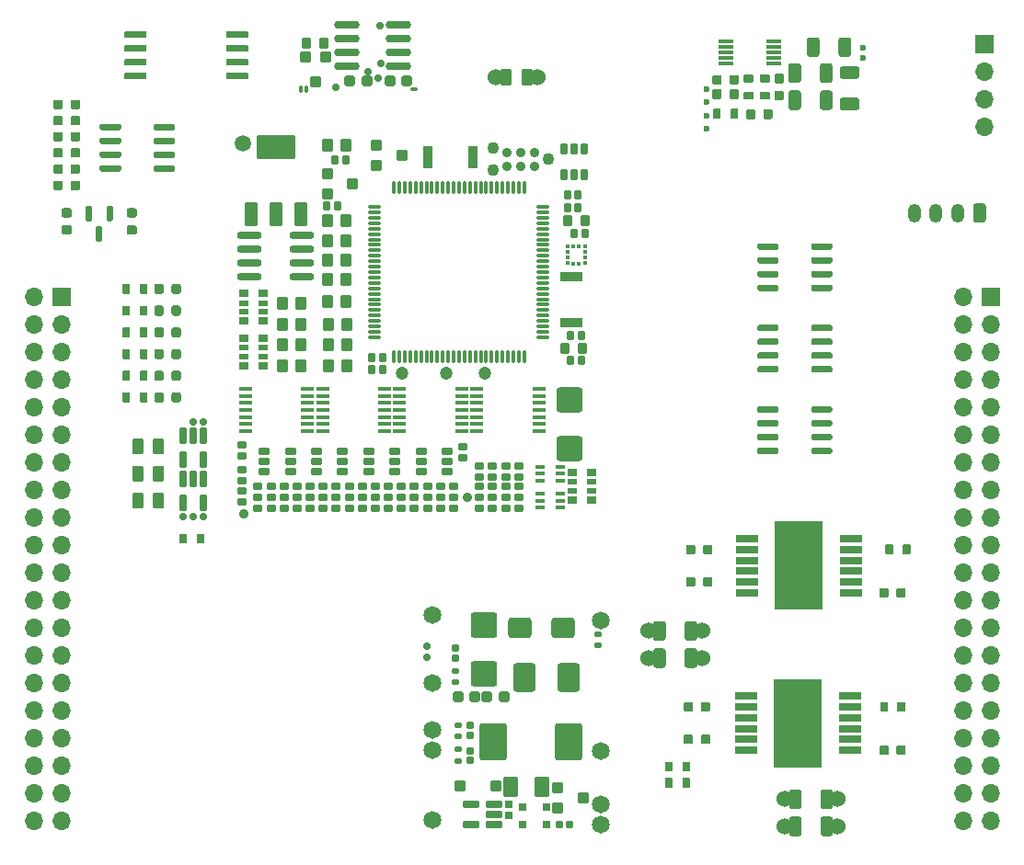
<source format=gts>
G75*
G70*
%OFA0B0*%
%FSLAX25Y25*%
%IPPOS*%
%LPD*%
%AMOC8*
5,1,8,0,0,1.08239X$1,22.5*
%
%AMM144*
21,1,0.092130,0.073230,-0.000000,-0.000000,90.000000*
21,1,0.069290,0.096060,-0.000000,-0.000000,90.000000*
1,1,0.022840,0.036610,0.034650*
1,1,0.022840,0.036610,-0.034650*
1,1,0.022840,-0.036610,-0.034650*
1,1,0.022840,-0.036610,0.034650*
%
%AMM145*
21,1,0.100000,0.111020,-0.000000,-0.000000,180.000000*
21,1,0.075590,0.135430,-0.000000,-0.000000,180.000000*
1,1,0.024410,-0.037800,0.055510*
1,1,0.024410,0.037800,0.055510*
1,1,0.024410,0.037800,-0.055510*
1,1,0.024410,-0.037800,-0.055510*
%
%AMM146*
21,1,0.080320,0.083460,-0.000000,-0.000000,180.000000*
21,1,0.059840,0.103940,-0.000000,-0.000000,180.000000*
1,1,0.020470,-0.029920,0.041730*
1,1,0.020470,0.029920,0.041730*
1,1,0.020470,0.029920,-0.041730*
1,1,0.020470,-0.029920,-0.041730*
%
%AMM147*
21,1,0.084250,0.053540,-0.000000,-0.000000,0.000000*
21,1,0.065350,0.072440,-0.000000,-0.000000,0.000000*
1,1,0.018900,0.032680,-0.026770*
1,1,0.018900,-0.032680,-0.026770*
1,1,0.018900,-0.032680,0.026770*
1,1,0.018900,0.032680,0.026770*
%
%AMM148*
21,1,0.040950,0.030320,-0.000000,-0.000000,270.000000*
21,1,0.028350,0.042910,-0.000000,-0.000000,270.000000*
1,1,0.012600,-0.015160,-0.014170*
1,1,0.012600,-0.015160,0.014170*
1,1,0.012600,0.015160,0.014170*
1,1,0.012600,0.015160,-0.014170*
%
%AMM149*
21,1,0.027170,0.052760,-0.000000,-0.000000,90.000000*
21,1,0.017320,0.062600,-0.000000,-0.000000,90.000000*
1,1,0.009840,0.026380,0.008660*
1,1,0.009840,0.026380,-0.008660*
1,1,0.009840,-0.026380,-0.008660*
1,1,0.009840,-0.026380,0.008660*
%
%AMM150*
21,1,0.041340,0.026770,-0.000000,-0.000000,180.000000*
21,1,0.029130,0.038980,-0.000000,-0.000000,180.000000*
1,1,0.012210,-0.014570,0.013390*
1,1,0.012210,0.014570,0.013390*
1,1,0.012210,0.014570,-0.013390*
1,1,0.012210,-0.014570,-0.013390*
%
%AMM151*
21,1,0.076380,0.036220,-0.000000,-0.000000,270.000000*
21,1,0.061810,0.050790,-0.000000,-0.000000,270.000000*
1,1,0.014570,-0.018110,-0.030910*
1,1,0.014570,-0.018110,0.030910*
1,1,0.014570,0.018110,0.030910*
1,1,0.014570,0.018110,-0.030910*
%
%AMM152*
21,1,0.038980,0.026770,-0.000000,-0.000000,180.000000*
21,1,0.026770,0.038980,-0.000000,-0.000000,180.000000*
1,1,0.012210,-0.013390,0.013390*
1,1,0.012210,0.013390,0.013390*
1,1,0.012210,0.013390,-0.013390*
1,1,0.012210,-0.013390,-0.013390*
%
%AMM153*
21,1,0.021260,0.016540,-0.000000,-0.000000,90.000000*
21,1,0.012600,0.025200,-0.000000,-0.000000,90.000000*
1,1,0.008660,0.008270,0.006300*
1,1,0.008660,0.008270,-0.006300*
1,1,0.008660,-0.008270,-0.006300*
1,1,0.008660,-0.008270,0.006300*
%
%AMM154*
21,1,0.029130,0.018900,-0.000000,-0.000000,270.000000*
21,1,0.018900,0.029130,-0.000000,-0.000000,270.000000*
1,1,0.010240,-0.009450,-0.009450*
1,1,0.010240,-0.009450,0.009450*
1,1,0.010240,0.009450,0.009450*
1,1,0.010240,0.009450,-0.009450*
%
%AMM155*
21,1,0.025200,0.019680,-0.000000,-0.000000,180.000000*
21,1,0.015750,0.029130,-0.000000,-0.000000,180.000000*
1,1,0.009450,-0.007870,0.009840*
1,1,0.009450,0.007870,0.009840*
1,1,0.009450,0.007870,-0.009840*
1,1,0.009450,-0.007870,-0.009840*
%
%AMM156*
21,1,0.025200,0.019680,-0.000000,-0.000000,90.000000*
21,1,0.015750,0.029130,-0.000000,-0.000000,90.000000*
1,1,0.009450,0.009840,0.007870*
1,1,0.009450,0.009840,-0.007870*
1,1,0.009450,-0.009840,-0.007870*
1,1,0.009450,-0.009840,0.007870*
%
%AMM168*
21,1,0.027170,0.052760,0.000000,-0.000000,180.000000*
21,1,0.017320,0.062600,0.000000,-0.000000,180.000000*
1,1,0.009840,-0.008660,0.026380*
1,1,0.009840,0.008660,0.026380*
1,1,0.009840,0.008660,-0.026380*
1,1,0.009840,-0.008660,-0.026380*
%
%AMM4*
21,1,0.040950,0.030320,0.000000,0.000000,180.000000*
21,1,0.028350,0.042910,0.000000,0.000000,180.000000*
1,1,0.012600,-0.014170,0.015160*
1,1,0.012600,0.014170,0.015160*
1,1,0.012600,0.014170,-0.015160*
1,1,0.012600,-0.014170,-0.015160*
%
%AMM5*
21,1,0.038980,0.026770,0.000000,0.000000,0.000000*
21,1,0.026770,0.038980,0.000000,0.000000,0.000000*
1,1,0.012210,0.013390,-0.013390*
1,1,0.012210,-0.013390,-0.013390*
1,1,0.012210,-0.013390,0.013390*
1,1,0.012210,0.013390,0.013390*
%
%AMM57*
21,1,0.029530,0.026380,0.000000,0.000000,270.000000*
21,1,0.020470,0.035430,0.000000,0.000000,270.000000*
1,1,0.009060,-0.013190,-0.010240*
1,1,0.009060,-0.013190,0.010240*
1,1,0.009060,0.013190,0.010240*
1,1,0.009060,0.013190,-0.010240*
%
%AMM58*
21,1,0.021650,0.027950,0.000000,0.000000,270.000000*
21,1,0.014170,0.035430,0.000000,0.000000,270.000000*
1,1,0.007480,-0.013980,-0.007090*
1,1,0.007480,-0.013980,0.007090*
1,1,0.007480,0.013980,0.007090*
1,1,0.007480,0.013980,-0.007090*
%
%AMM59*
21,1,0.016540,0.028980,0.000000,0.000000,90.000000*
21,1,0.010080,0.035430,0.000000,0.000000,90.000000*
1,1,0.006460,0.014490,0.005040*
1,1,0.006460,0.014490,-0.005040*
1,1,0.006460,-0.014490,-0.005040*
1,1,0.006460,-0.014490,0.005040*
%
%AMM6*
21,1,0.033070,0.030710,0.000000,0.000000,180.000000*
21,1,0.022050,0.041730,0.000000,0.000000,180.000000*
1,1,0.011020,-0.011020,0.015350*
1,1,0.011020,0.011020,0.015350*
1,1,0.011020,0.011020,-0.015350*
1,1,0.011020,-0.011020,-0.015350*
%
%AMM60*
21,1,0.027560,0.030710,0.000000,0.000000,180.000000*
21,1,0.018900,0.039370,0.000000,0.000000,180.000000*
1,1,0.008660,-0.009450,0.015350*
1,1,0.008660,0.009450,0.015350*
1,1,0.008660,0.009450,-0.015350*
1,1,0.008660,-0.009450,-0.015350*
%
%AMM61*
21,1,0.031500,0.018900,0.000000,0.000000,90.000000*
21,1,0.022840,0.027560,0.000000,0.000000,90.000000*
1,1,0.008660,0.009450,0.011420*
1,1,0.008660,0.009450,-0.011420*
1,1,0.008660,-0.009450,-0.011420*
1,1,0.008660,-0.009450,0.011420*
%
%AMM62*
21,1,0.035430,0.072440,0.000000,0.000000,90.000000*
21,1,0.025200,0.082680,0.000000,0.000000,90.000000*
1,1,0.010240,0.036220,0.012600*
1,1,0.010240,0.036220,-0.012600*
1,1,0.010240,-0.036220,-0.012600*
1,1,0.010240,-0.036220,0.012600*
%
%AMM63*
21,1,0.031500,0.018900,0.000000,0.000000,180.000000*
21,1,0.022840,0.027560,0.000000,0.000000,180.000000*
1,1,0.008660,-0.011420,0.009450*
1,1,0.008660,0.011420,0.009450*
1,1,0.008660,0.011420,-0.009450*
1,1,0.008660,-0.011420,-0.009450*
%
%AMM64*
21,1,0.027560,0.030710,0.000000,0.000000,270.000000*
21,1,0.018900,0.039370,0.000000,0.000000,270.000000*
1,1,0.008660,-0.015350,-0.009450*
1,1,0.008660,-0.015350,0.009450*
1,1,0.008660,0.015350,0.009450*
1,1,0.008660,0.015350,-0.009450*
%
%AMM65*
21,1,0.039370,0.030320,0.000000,0.000000,270.000000*
21,1,0.028350,0.041340,0.000000,0.000000,270.000000*
1,1,0.011020,-0.015160,-0.014170*
1,1,0.011020,-0.015160,0.014170*
1,1,0.011020,0.015160,0.014170*
1,1,0.011020,0.015160,-0.014170*
%
%AMM66*
21,1,0.047240,0.075980,0.000000,0.000000,0.000000*
21,1,0.034650,0.088580,0.000000,0.000000,0.000000*
1,1,0.012600,0.017320,-0.037990*
1,1,0.012600,-0.017320,-0.037990*
1,1,0.012600,-0.017320,0.037990*
1,1,0.012600,0.017320,0.037990*
%
%AMM67*
21,1,0.043310,0.035430,0.000000,0.000000,0.000000*
21,1,0.031500,0.047240,0.000000,0.000000,0.000000*
1,1,0.011810,0.015750,-0.017720*
1,1,0.011810,-0.015750,-0.017720*
1,1,0.011810,-0.015750,0.017720*
1,1,0.011810,0.015750,0.017720*
%
%AMM68*
21,1,0.031500,0.030710,0.000000,0.000000,0.000000*
21,1,0.022050,0.040160,0.000000,0.000000,0.000000*
1,1,0.009450,0.011020,-0.015350*
1,1,0.009450,-0.011020,-0.015350*
1,1,0.009450,-0.011020,0.015350*
1,1,0.009450,0.011020,0.015350*
%
%AMM69*
21,1,0.035430,0.072440,0.000000,0.000000,0.000000*
21,1,0.025200,0.082680,0.000000,0.000000,0.000000*
1,1,0.010240,0.012600,-0.036220*
1,1,0.010240,-0.012600,-0.036220*
1,1,0.010240,-0.012600,0.036220*
1,1,0.010240,0.012600,0.036220*
%
%AMM70*
21,1,0.141730,0.067720,0.000000,0.000000,0.000000*
21,1,0.120870,0.088580,0.000000,0.000000,0.000000*
1,1,0.020870,0.060430,-0.033860*
1,1,0.020870,-0.060430,-0.033860*
1,1,0.020870,-0.060430,0.033860*
1,1,0.020870,0.060430,0.033860*
%
%AMM71*
21,1,0.047240,0.075990,0.000000,0.000000,0.000000*
21,1,0.034650,0.088580,0.000000,0.000000,0.000000*
1,1,0.012600,0.017320,-0.037990*
1,1,0.012600,-0.017320,-0.037990*
1,1,0.012600,-0.017320,0.037990*
1,1,0.012600,0.017320,0.037990*
%
%AMM72*
21,1,0.090550,0.073230,0.000000,0.000000,90.000000*
21,1,0.069290,0.094490,0.000000,0.000000,90.000000*
1,1,0.021260,0.036610,0.034650*
1,1,0.021260,0.036610,-0.034650*
1,1,0.021260,-0.036610,-0.034650*
1,1,0.021260,-0.036610,0.034650*
%
%ADD10C,0.05906*%
%ADD11C,0.02362*%
%ADD110C,0.06457*%
%ADD126R,0.05512X0.01181*%
%ADD154M57*%
%ADD155M58*%
%ADD156M59*%
%ADD157O,0.05118X0.01260*%
%ADD158O,0.01260X0.05118*%
%ADD159O,0.04724X0.01575*%
%ADD160C,0.03494*%
%ADD161M60*%
%ADD162M61*%
%ADD163R,0.01772X0.01378*%
%ADD164R,0.01378X0.01772*%
%ADD165M62*%
%ADD166M63*%
%ADD167M64*%
%ADD168M65*%
%ADD169O,0.09055X0.02756*%
%ADD170M66*%
%ADD171M67*%
%ADD172M68*%
%ADD173M69*%
%ADD174M70*%
%ADD175M71*%
%ADD176C,0.03543*%
%ADD177M72*%
%ADD178C,0.04724*%
%ADD179C,0.04294*%
%ADD21R,0.06693X0.06693*%
%ADD22O,0.06693X0.06693*%
%ADD23O,0.04724X0.06890*%
%ADD24R,0.07874X0.02559*%
%ADD25R,0.17717X0.31890*%
%ADD275M144*%
%ADD276M145*%
%ADD277M146*%
%ADD278M147*%
%ADD279M148*%
%ADD28C,0.06000*%
%ADD280M149*%
%ADD281M150*%
%ADD282M151*%
%ADD283M152*%
%ADD284M153*%
%ADD285M154*%
%ADD286M155*%
%ADD287M156*%
%ADD299M168*%
%ADD32O,0.01969X0.00984*%
%ADD34O,0.00984X0.01969*%
%ADD75O,0.02520X0.01535*%
%ADD76O,0.01535X0.02520*%
%ADD77M4*%
%ADD78O,0.09213X0.02913*%
%ADD79M5*%
%ADD80M6*%
%ADD81C,0.02913*%
X0000000Y0000000D02*
%LPD*%
G01*
G36*
G01*
X0020807Y0266378D02*
X0020807Y0269055D01*
G75*
G02*
X0021142Y0269390I0000335J0000000D01*
G01*
X0023819Y0269390D01*
G75*
G02*
X0024154Y0269055I0000000J-000335D01*
G01*
X0024154Y0266378D01*
G75*
G02*
X0023819Y0266043I-000335J0000000D01*
G01*
X0021142Y0266043D01*
G75*
G02*
X0020807Y0266378I0000000J0000335D01*
G01*
G37*
G36*
G01*
X0027028Y0266378D02*
X0027028Y0269055D01*
G75*
G02*
X0027362Y0269390I0000335J0000000D01*
G01*
X0030039Y0269390D01*
G75*
G02*
X0030374Y0269055I0000000J-000335D01*
G01*
X0030374Y0266378D01*
G75*
G02*
X0030039Y0266043I-000335J0000000D01*
G01*
X0027362Y0266043D01*
G75*
G02*
X0027028Y0266378I0000000J0000335D01*
G01*
G37*
D10*
X0157972Y0014173D03*
X0157972Y0039370D03*
X0157972Y0046850D03*
X0157972Y0063780D03*
D11*
X0156201Y0073228D03*
X0156201Y0077165D03*
D10*
X0157972Y0088386D03*
X0218996Y0012402D03*
X0218996Y0019685D03*
X0218996Y0039173D03*
X0218996Y0086614D03*
G36*
G01*
X0057333Y0205684D02*
X0057333Y0207702D01*
G75*
G02*
X0058194Y0208563I0000861J0000000D01*
G01*
X0059916Y0208563D01*
G75*
G02*
X0060778Y0207702I0000000J-000861D01*
G01*
X0060778Y0205684D01*
G75*
G02*
X0059916Y0204823I-000861J0000000D01*
G01*
X0058194Y0204823D01*
G75*
G02*
X0057333Y0205684I0000000J0000861D01*
G01*
G37*
G36*
G01*
X0063533Y0205684D02*
X0063533Y0207702D01*
G75*
G02*
X0064395Y0208563I0000861J0000000D01*
G01*
X0066117Y0208563D01*
G75*
G02*
X0066978Y0207702I0000000J-000861D01*
G01*
X0066978Y0205684D01*
G75*
G02*
X0066117Y0204823I-000861J0000000D01*
G01*
X0064395Y0204823D01*
G75*
G02*
X0063533Y0205684I0000000J0000861D01*
G01*
G37*
D21*
X0358268Y0295433D03*
D22*
X0358268Y0285433D03*
X0358268Y0275433D03*
X0358268Y0265433D03*
G36*
G01*
X0026599Y0226329D02*
X0024582Y0226329D01*
G75*
G02*
X0023720Y0227190I0000000J0000861D01*
G01*
X0023720Y0228912D01*
G75*
G02*
X0024582Y0229774I0000861J0000000D01*
G01*
X0026599Y0229774D01*
G75*
G02*
X0027461Y0228912I0000000J-000861D01*
G01*
X0027461Y0227190D01*
G75*
G02*
X0026599Y0226329I-000861J0000000D01*
G01*
G37*
G36*
G01*
X0026599Y0232530D02*
X0024582Y0232530D01*
G75*
G02*
X0023720Y0233391I0000000J0000861D01*
G01*
X0023720Y0235113D01*
G75*
G02*
X0024582Y0235974I0000861J0000000D01*
G01*
X0026599Y0235974D01*
G75*
G02*
X0027461Y0235113I0000000J-000861D01*
G01*
X0027461Y0233391D01*
G75*
G02*
X0026599Y0232530I-000861J0000000D01*
G01*
G37*
G36*
G01*
X0322244Y0110669D02*
X0322244Y0113740D01*
G75*
G02*
X0322520Y0114016I0000276J0000000D01*
G01*
X0324724Y0114016D01*
G75*
G02*
X0325000Y0113740I0000000J-000276D01*
G01*
X0325000Y0110669D01*
G75*
G02*
X0324724Y0110394I-000276J0000000D01*
G01*
X0322520Y0110394D01*
G75*
G02*
X0322244Y0110669I0000000J0000276D01*
G01*
G37*
G36*
G01*
X0328543Y0110669D02*
X0328543Y0113740D01*
G75*
G02*
X0328819Y0114016I0000276J0000000D01*
G01*
X0331024Y0114016D01*
G75*
G02*
X0331299Y0113740I0000000J-000276D01*
G01*
X0331299Y0110669D01*
G75*
G02*
X0331024Y0110394I-000276J0000000D01*
G01*
X0328819Y0110394D01*
G75*
G02*
X0328543Y0110669I0000000J0000276D01*
G01*
G37*
G36*
G01*
X0358661Y0236713D02*
X0358661Y0231791D01*
G75*
G02*
X0357677Y0230807I-000984J0000000D01*
G01*
X0354921Y0230807D01*
G75*
G02*
X0353937Y0231791I0000000J0000984D01*
G01*
X0353937Y0236713D01*
G75*
G02*
X0354921Y0237697I0000984J0000000D01*
G01*
X0357677Y0237697D01*
G75*
G02*
X0358661Y0236713I0000000J-000984D01*
G01*
G37*
D23*
X0348425Y0234252D03*
X0340551Y0234252D03*
X0332677Y0234252D03*
D24*
X0271949Y0116142D03*
X0271949Y0112205D03*
X0271949Y0108268D03*
X0271949Y0104331D03*
X0271949Y0100394D03*
X0271949Y0096457D03*
X0309744Y0096457D03*
X0309744Y0100394D03*
X0309744Y0104331D03*
X0309744Y0108268D03*
X0309744Y0112205D03*
X0309744Y0116142D03*
D25*
X0290846Y0106299D03*
G36*
G01*
X0020807Y0248780D02*
X0020807Y0251457D01*
G75*
G02*
X0021142Y0251791I0000335J0000000D01*
G01*
X0023819Y0251791D01*
G75*
G02*
X0024154Y0251457I0000000J-000335D01*
G01*
X0024154Y0248780D01*
G75*
G02*
X0023819Y0248445I-000335J0000000D01*
G01*
X0021142Y0248445D01*
G75*
G02*
X0020807Y0248780I0000000J0000335D01*
G01*
G37*
G36*
G01*
X0027028Y0248780D02*
X0027028Y0251457D01*
G75*
G02*
X0027362Y0251791I0000335J0000000D01*
G01*
X0030039Y0251791D01*
G75*
G02*
X0030374Y0251457I0000000J-000335D01*
G01*
X0030374Y0248780D01*
G75*
G02*
X0030039Y0248445I-000335J0000000D01*
G01*
X0027362Y0248445D01*
G75*
G02*
X0027028Y0248780I0000000J0000335D01*
G01*
G37*
G36*
G01*
X0049409Y0127438D02*
X0049409Y0132359D01*
G75*
G02*
X0049803Y0132753I0000394J0000000D01*
G01*
X0052953Y0132753D01*
G75*
G02*
X0053346Y0132359I0000000J-000394D01*
G01*
X0053346Y0127438D01*
G75*
G02*
X0052953Y0127044I-000394J0000000D01*
G01*
X0049803Y0127044D01*
G75*
G02*
X0049409Y0127438I0000000J0000394D01*
G01*
G37*
G36*
G01*
X0056890Y0127438D02*
X0056890Y0132359D01*
G75*
G02*
X0057284Y0132753I0000394J0000000D01*
G01*
X0060433Y0132753D01*
G75*
G02*
X0060827Y0132359I0000000J-000394D01*
G01*
X0060827Y0127438D01*
G75*
G02*
X0060433Y0127044I-000394J0000000D01*
G01*
X0057284Y0127044D01*
G75*
G02*
X0056890Y0127438I0000000J0000394D01*
G01*
G37*
G36*
G01*
X0020807Y0260591D02*
X0020807Y0263268D01*
G75*
G02*
X0021142Y0263602I0000335J0000000D01*
G01*
X0023819Y0263602D01*
G75*
G02*
X0024154Y0263268I0000000J-000335D01*
G01*
X0024154Y0260591D01*
G75*
G02*
X0023819Y0260256I-000335J0000000D01*
G01*
X0021142Y0260256D01*
G75*
G02*
X0020807Y0260591I0000000J0000335D01*
G01*
G37*
G36*
G01*
X0027028Y0260591D02*
X0027028Y0263268D01*
G75*
G02*
X0027362Y0263602I0000335J0000000D01*
G01*
X0030039Y0263602D01*
G75*
G02*
X0030374Y0263268I0000000J-000335D01*
G01*
X0030374Y0260591D01*
G75*
G02*
X0030039Y0260256I-000335J0000000D01*
G01*
X0027362Y0260256D01*
G75*
G02*
X0027028Y0260591I0000000J0000335D01*
G01*
G37*
G36*
G01*
X0020807Y0254685D02*
X0020807Y0257362D01*
G75*
G02*
X0021142Y0257697I0000335J0000000D01*
G01*
X0023819Y0257697D01*
G75*
G02*
X0024154Y0257362I0000000J-000335D01*
G01*
X0024154Y0254685D01*
G75*
G02*
X0023819Y0254350I-000335J0000000D01*
G01*
X0021142Y0254350D01*
G75*
G02*
X0020807Y0254685I0000000J0000335D01*
G01*
G37*
G36*
G01*
X0027028Y0254685D02*
X0027028Y0257362D01*
G75*
G02*
X0027362Y0257697I0000335J0000000D01*
G01*
X0030039Y0257697D01*
G75*
G02*
X0030374Y0257362I0000000J-000335D01*
G01*
X0030374Y0254685D01*
G75*
G02*
X0030039Y0254350I-000335J0000000D01*
G01*
X0027362Y0254350D01*
G75*
G02*
X0027028Y0254685I0000000J0000335D01*
G01*
G37*
G36*
G01*
X0049409Y0137292D02*
X0049409Y0142213D01*
G75*
G02*
X0049803Y0142607I0000394J0000000D01*
G01*
X0052953Y0142607D01*
G75*
G02*
X0053346Y0142213I0000000J-000394D01*
G01*
X0053346Y0137292D01*
G75*
G02*
X0052953Y0136898I-000394J0000000D01*
G01*
X0049803Y0136898D01*
G75*
G02*
X0049409Y0137292I0000000J0000394D01*
G01*
G37*
G36*
G01*
X0056890Y0137292D02*
X0056890Y0142213D01*
G75*
G02*
X0057284Y0142607I0000394J0000000D01*
G01*
X0060433Y0142607D01*
G75*
G02*
X0060827Y0142213I0000000J-000394D01*
G01*
X0060827Y0137292D01*
G75*
G02*
X0060433Y0136898I-000394J0000000D01*
G01*
X0057284Y0136898D01*
G75*
G02*
X0056890Y0137292I0000000J0000394D01*
G01*
G37*
D11*
X0075098Y0124114D03*
X0071358Y0124114D03*
X0067618Y0124114D03*
X0071555Y0158366D03*
X0075098Y0158366D03*
D24*
X0271654Y0059055D03*
X0271654Y0055118D03*
X0271654Y0051181D03*
X0271654Y0047244D03*
X0271654Y0043307D03*
X0271654Y0039370D03*
X0309449Y0039370D03*
X0309449Y0043307D03*
X0309449Y0047244D03*
X0309449Y0051181D03*
X0309449Y0055118D03*
X0309449Y0059055D03*
D25*
X0290551Y0049213D03*
G36*
G01*
X0045817Y0197283D02*
X0045817Y0200354D01*
G75*
G02*
X0046093Y0200630I0000276J0000000D01*
G01*
X0048297Y0200630D01*
G75*
G02*
X0048573Y0200354I0000000J-000276D01*
G01*
X0048573Y0197283D01*
G75*
G02*
X0048297Y0197008I-000276J0000000D01*
G01*
X0046093Y0197008D01*
G75*
G02*
X0045817Y0197283I0000000J0000276D01*
G01*
G37*
G36*
G01*
X0052116Y0197283D02*
X0052116Y0200354D01*
G75*
G02*
X0052392Y0200630I0000276J0000000D01*
G01*
X0054596Y0200630D01*
G75*
G02*
X0054872Y0200354I0000000J-000276D01*
G01*
X0054872Y0197283D01*
G75*
G02*
X0054596Y0197008I-000276J0000000D01*
G01*
X0052392Y0197008D01*
G75*
G02*
X0052116Y0197283I0000000J0000276D01*
G01*
G37*
G36*
G01*
X0329587Y0097795D02*
X0329587Y0095118D01*
G75*
G02*
X0329252Y0094783I-000335J0000000D01*
G01*
X0326575Y0094783D01*
G75*
G02*
X0326240Y0095118I0000000J0000335D01*
G01*
X0326240Y0097795D01*
G75*
G02*
X0326575Y0098130I0000335J0000000D01*
G01*
X0329252Y0098130D01*
G75*
G02*
X0329587Y0097795I0000000J-000335D01*
G01*
G37*
G36*
G01*
X0323366Y0097795D02*
X0323366Y0095118D01*
G75*
G02*
X0323031Y0094783I-000335J0000000D01*
G01*
X0320354Y0094783D01*
G75*
G02*
X0320020Y0095118I0000000J0000335D01*
G01*
X0320020Y0097795D01*
G75*
G02*
X0320354Y0098130I0000335J0000000D01*
G01*
X0323031Y0098130D01*
G75*
G02*
X0323366Y0097795I0000000J-000335D01*
G01*
G37*
G36*
G01*
X0020807Y0272283D02*
X0020807Y0274961D01*
G75*
G02*
X0021142Y0275295I0000335J0000000D01*
G01*
X0023819Y0275295D01*
G75*
G02*
X0024154Y0274961I0000000J-000335D01*
G01*
X0024154Y0272283D01*
G75*
G02*
X0023819Y0271949I-000335J0000000D01*
G01*
X0021142Y0271949D01*
G75*
G02*
X0020807Y0272283I0000000J0000335D01*
G01*
G37*
G36*
G01*
X0027028Y0272283D02*
X0027028Y0274961D01*
G75*
G02*
X0027362Y0275295I0000335J0000000D01*
G01*
X0030039Y0275295D01*
G75*
G02*
X0030374Y0274961I0000000J-000335D01*
G01*
X0030374Y0272283D01*
G75*
G02*
X0030039Y0271949I-000335J0000000D01*
G01*
X0027362Y0271949D01*
G75*
G02*
X0027028Y0272283I0000000J0000335D01*
G01*
G37*
G36*
G01*
X0249154Y0041969D02*
X0249154Y0044646D01*
G75*
G02*
X0249488Y0044980I0000335J0000000D01*
G01*
X0252165Y0044980D01*
G75*
G02*
X0252500Y0044646I0000000J-000335D01*
G01*
X0252500Y0041969D01*
G75*
G02*
X0252165Y0041634I-000335J0000000D01*
G01*
X0249488Y0041634D01*
G75*
G02*
X0249154Y0041969I0000000J0000335D01*
G01*
G37*
G36*
G01*
X0255374Y0041969D02*
X0255374Y0044646D01*
G75*
G02*
X0255709Y0044980I0000335J0000000D01*
G01*
X0258386Y0044980D01*
G75*
G02*
X0258720Y0044646I0000000J-000335D01*
G01*
X0258720Y0041969D01*
G75*
G02*
X0258386Y0041634I-000335J0000000D01*
G01*
X0255709Y0041634D01*
G75*
G02*
X0255374Y0041969I0000000J0000335D01*
G01*
G37*
D28*
X0304921Y0021654D03*
G36*
G01*
X0299626Y0025197D02*
X0302343Y0025197D01*
G75*
G02*
X0303248Y0024291I0000000J-000906D01*
G01*
X0303248Y0019016D01*
G75*
G02*
X0302343Y0018110I-000906J0000000D01*
G01*
X0299626Y0018110D01*
G75*
G02*
X0298721Y0019016I0000000J0000906D01*
G01*
X0298721Y0024291D01*
G75*
G02*
X0299626Y0025197I0000906J0000000D01*
G01*
G37*
G36*
G01*
X0288209Y0025197D02*
X0290925Y0025197D01*
G75*
G02*
X0291831Y0024291I0000000J-000906D01*
G01*
X0291831Y0019016D01*
G75*
G02*
X0290925Y0018110I-000906J0000000D01*
G01*
X0288209Y0018110D01*
G75*
G02*
X0287303Y0019016I0000000J0000906D01*
G01*
X0287303Y0024291D01*
G75*
G02*
X0288209Y0025197I0000906J0000000D01*
G01*
G37*
X0285630Y0021654D03*
G36*
G01*
X0037598Y0264783D02*
X0037598Y0265965D01*
G75*
G02*
X0038189Y0266555I0000591J0000000D01*
G01*
X0044685Y0266555D01*
G75*
G02*
X0045276Y0265965I0000000J-000591D01*
G01*
X0045276Y0264783D01*
G75*
G02*
X0044685Y0264193I-000591J0000000D01*
G01*
X0038189Y0264193D01*
G75*
G02*
X0037598Y0264783I0000000J0000591D01*
G01*
G37*
G36*
G01*
X0037598Y0259783D02*
X0037598Y0260965D01*
G75*
G02*
X0038189Y0261555I0000591J0000000D01*
G01*
X0044685Y0261555D01*
G75*
G02*
X0045276Y0260965I0000000J-000591D01*
G01*
X0045276Y0259783D01*
G75*
G02*
X0044685Y0259193I-000591J0000000D01*
G01*
X0038189Y0259193D01*
G75*
G02*
X0037598Y0259783I0000000J0000591D01*
G01*
G37*
G36*
G01*
X0037598Y0254783D02*
X0037598Y0255965D01*
G75*
G02*
X0038189Y0256555I0000591J0000000D01*
G01*
X0044685Y0256555D01*
G75*
G02*
X0045276Y0255965I0000000J-000591D01*
G01*
X0045276Y0254783D01*
G75*
G02*
X0044685Y0254193I-000591J0000000D01*
G01*
X0038189Y0254193D01*
G75*
G02*
X0037598Y0254783I0000000J0000591D01*
G01*
G37*
G36*
G01*
X0037598Y0249783D02*
X0037598Y0250965D01*
G75*
G02*
X0038189Y0251555I0000591J0000000D01*
G01*
X0044685Y0251555D01*
G75*
G02*
X0045276Y0250965I0000000J-000591D01*
G01*
X0045276Y0249783D01*
G75*
G02*
X0044685Y0249193I-000591J0000000D01*
G01*
X0038189Y0249193D01*
G75*
G02*
X0037598Y0249783I0000000J0000591D01*
G01*
G37*
G36*
G01*
X0057087Y0249783D02*
X0057087Y0250965D01*
G75*
G02*
X0057677Y0251555I0000591J0000000D01*
G01*
X0064173Y0251555D01*
G75*
G02*
X0064764Y0250965I0000000J-000591D01*
G01*
X0064764Y0249783D01*
G75*
G02*
X0064173Y0249193I-000591J0000000D01*
G01*
X0057677Y0249193D01*
G75*
G02*
X0057087Y0249783I0000000J0000591D01*
G01*
G37*
G36*
G01*
X0057087Y0254783D02*
X0057087Y0255965D01*
G75*
G02*
X0057677Y0256555I0000591J0000000D01*
G01*
X0064173Y0256555D01*
G75*
G02*
X0064764Y0255965I0000000J-000591D01*
G01*
X0064764Y0254783D01*
G75*
G02*
X0064173Y0254193I-000591J0000000D01*
G01*
X0057677Y0254193D01*
G75*
G02*
X0057087Y0254783I0000000J0000591D01*
G01*
G37*
G36*
G01*
X0057087Y0259783D02*
X0057087Y0260965D01*
G75*
G02*
X0057677Y0261555I0000591J0000000D01*
G01*
X0064173Y0261555D01*
G75*
G02*
X0064764Y0260965I0000000J-000591D01*
G01*
X0064764Y0259783D01*
G75*
G02*
X0064173Y0259193I-000591J0000000D01*
G01*
X0057677Y0259193D01*
G75*
G02*
X0057087Y0259783I0000000J0000591D01*
G01*
G37*
G36*
G01*
X0057087Y0264783D02*
X0057087Y0265965D01*
G75*
G02*
X0057677Y0266555I0000591J0000000D01*
G01*
X0064173Y0266555D01*
G75*
G02*
X0064764Y0265965I0000000J-000591D01*
G01*
X0064764Y0264783D01*
G75*
G02*
X0064173Y0264193I-000591J0000000D01*
G01*
X0057677Y0264193D01*
G75*
G02*
X0057087Y0264783I0000000J0000591D01*
G01*
G37*
G36*
G01*
X0040551Y0236909D02*
X0041732Y0236909D01*
G75*
G02*
X0042323Y0236319I0000000J-000591D01*
G01*
X0042323Y0231693D01*
G75*
G02*
X0041732Y0231102I-000591J0000000D01*
G01*
X0040551Y0231102D01*
G75*
G02*
X0039961Y0231693I0000000J0000591D01*
G01*
X0039961Y0236319D01*
G75*
G02*
X0040551Y0236909I0000591J0000000D01*
G01*
G37*
G36*
G01*
X0033071Y0236909D02*
X0034252Y0236909D01*
G75*
G02*
X0034843Y0236319I0000000J-000591D01*
G01*
X0034843Y0231693D01*
G75*
G02*
X0034252Y0231102I-000591J0000000D01*
G01*
X0033071Y0231102D01*
G75*
G02*
X0032480Y0231693I0000000J0000591D01*
G01*
X0032480Y0236319D01*
G75*
G02*
X0033071Y0236909I0000591J0000000D01*
G01*
G37*
G36*
G01*
X0036811Y0229528D02*
X0037992Y0229528D01*
G75*
G02*
X0038583Y0228937I0000000J-000591D01*
G01*
X0038583Y0224311D01*
G75*
G02*
X0037992Y0223720I-000591J0000000D01*
G01*
X0036811Y0223720D01*
G75*
G02*
X0036220Y0224311I0000000J0000591D01*
G01*
X0036220Y0228937D01*
G75*
G02*
X0036811Y0229528I0000591J0000000D01*
G01*
G37*
G36*
G01*
X0275787Y0221476D02*
X0275787Y0222657D01*
G75*
G02*
X0276378Y0223248I0000591J0000000D01*
G01*
X0282874Y0223248D01*
G75*
G02*
X0283465Y0222657I0000000J-000591D01*
G01*
X0283465Y0221476D01*
G75*
G02*
X0282874Y0220886I-000591J0000000D01*
G01*
X0276378Y0220886D01*
G75*
G02*
X0275787Y0221476I0000000J0000591D01*
G01*
G37*
G36*
G01*
X0275787Y0216476D02*
X0275787Y0217657D01*
G75*
G02*
X0276378Y0218248I0000591J0000000D01*
G01*
X0282874Y0218248D01*
G75*
G02*
X0283465Y0217657I0000000J-000591D01*
G01*
X0283465Y0216476D01*
G75*
G02*
X0282874Y0215886I-000591J0000000D01*
G01*
X0276378Y0215886D01*
G75*
G02*
X0275787Y0216476I0000000J0000591D01*
G01*
G37*
G36*
G01*
X0275787Y0211476D02*
X0275787Y0212657D01*
G75*
G02*
X0276378Y0213248I0000591J0000000D01*
G01*
X0282874Y0213248D01*
G75*
G02*
X0283465Y0212657I0000000J-000591D01*
G01*
X0283465Y0211476D01*
G75*
G02*
X0282874Y0210886I-000591J0000000D01*
G01*
X0276378Y0210886D01*
G75*
G02*
X0275787Y0211476I0000000J0000591D01*
G01*
G37*
G36*
G01*
X0275787Y0206476D02*
X0275787Y0207657D01*
G75*
G02*
X0276378Y0208248I0000591J0000000D01*
G01*
X0282874Y0208248D01*
G75*
G02*
X0283465Y0207657I0000000J-000591D01*
G01*
X0283465Y0206476D01*
G75*
G02*
X0282874Y0205886I-000591J0000000D01*
G01*
X0276378Y0205886D01*
G75*
G02*
X0275787Y0206476I0000000J0000591D01*
G01*
G37*
G36*
G01*
X0295276Y0206476D02*
X0295276Y0207657D01*
G75*
G02*
X0295866Y0208248I0000591J0000000D01*
G01*
X0302362Y0208248D01*
G75*
G02*
X0302953Y0207657I0000000J-000591D01*
G01*
X0302953Y0206476D01*
G75*
G02*
X0302362Y0205886I-000591J0000000D01*
G01*
X0295866Y0205886D01*
G75*
G02*
X0295276Y0206476I0000000J0000591D01*
G01*
G37*
G36*
G01*
X0295276Y0211476D02*
X0295276Y0212657D01*
G75*
G02*
X0295866Y0213248I0000591J0000000D01*
G01*
X0302362Y0213248D01*
G75*
G02*
X0302953Y0212657I0000000J-000591D01*
G01*
X0302953Y0211476D01*
G75*
G02*
X0302362Y0210886I-000591J0000000D01*
G01*
X0295866Y0210886D01*
G75*
G02*
X0295276Y0211476I0000000J0000591D01*
G01*
G37*
G36*
G01*
X0295276Y0216476D02*
X0295276Y0217657D01*
G75*
G02*
X0295866Y0218248I0000591J0000000D01*
G01*
X0302362Y0218248D01*
G75*
G02*
X0302953Y0217657I0000000J-000591D01*
G01*
X0302953Y0216476D01*
G75*
G02*
X0302362Y0215886I-000591J0000000D01*
G01*
X0295866Y0215886D01*
G75*
G02*
X0295276Y0216476I0000000J0000591D01*
G01*
G37*
G36*
G01*
X0295276Y0221476D02*
X0295276Y0222657D01*
G75*
G02*
X0295866Y0223248I0000591J0000000D01*
G01*
X0302362Y0223248D01*
G75*
G02*
X0302953Y0222657I0000000J-000591D01*
G01*
X0302953Y0221476D01*
G75*
G02*
X0302362Y0220886I-000591J0000000D01*
G01*
X0295866Y0220886D01*
G75*
G02*
X0295276Y0221476I0000000J0000591D01*
G01*
G37*
G36*
G01*
X0050221Y0226329D02*
X0048204Y0226329D01*
G75*
G02*
X0047343Y0227190I0000000J0000861D01*
G01*
X0047343Y0228912D01*
G75*
G02*
X0048204Y0229774I0000861J0000000D01*
G01*
X0050221Y0229774D01*
G75*
G02*
X0051083Y0228912I0000000J-000861D01*
G01*
X0051083Y0227190D01*
G75*
G02*
X0050221Y0226329I-000861J0000000D01*
G01*
G37*
G36*
G01*
X0050221Y0232530D02*
X0048204Y0232530D01*
G75*
G02*
X0047343Y0233391I0000000J0000861D01*
G01*
X0047343Y0235113D01*
G75*
G02*
X0048204Y0235974I0000861J0000000D01*
G01*
X0050221Y0235974D01*
G75*
G02*
X0051083Y0235113I0000000J-000861D01*
G01*
X0051083Y0233391D01*
G75*
G02*
X0050221Y0232530I-000861J0000000D01*
G01*
G37*
G36*
G01*
X0275787Y0191949D02*
X0275787Y0193130D01*
G75*
G02*
X0276378Y0193720I0000591J0000000D01*
G01*
X0282874Y0193720D01*
G75*
G02*
X0283465Y0193130I0000000J-000591D01*
G01*
X0283465Y0191949D01*
G75*
G02*
X0282874Y0191358I-000591J0000000D01*
G01*
X0276378Y0191358D01*
G75*
G02*
X0275787Y0191949I0000000J0000591D01*
G01*
G37*
G36*
G01*
X0275787Y0186949D02*
X0275787Y0188130D01*
G75*
G02*
X0276378Y0188720I0000591J0000000D01*
G01*
X0282874Y0188720D01*
G75*
G02*
X0283465Y0188130I0000000J-000591D01*
G01*
X0283465Y0186949D01*
G75*
G02*
X0282874Y0186358I-000591J0000000D01*
G01*
X0276378Y0186358D01*
G75*
G02*
X0275787Y0186949I0000000J0000591D01*
G01*
G37*
G36*
G01*
X0275787Y0181949D02*
X0275787Y0183130D01*
G75*
G02*
X0276378Y0183720I0000591J0000000D01*
G01*
X0282874Y0183720D01*
G75*
G02*
X0283465Y0183130I0000000J-000591D01*
G01*
X0283465Y0181949D01*
G75*
G02*
X0282874Y0181358I-000591J0000000D01*
G01*
X0276378Y0181358D01*
G75*
G02*
X0275787Y0181949I0000000J0000591D01*
G01*
G37*
G36*
G01*
X0275787Y0176949D02*
X0275787Y0178130D01*
G75*
G02*
X0276378Y0178720I0000591J0000000D01*
G01*
X0282874Y0178720D01*
G75*
G02*
X0283465Y0178130I0000000J-000591D01*
G01*
X0283465Y0176949D01*
G75*
G02*
X0282874Y0176358I-000591J0000000D01*
G01*
X0276378Y0176358D01*
G75*
G02*
X0275787Y0176949I0000000J0000591D01*
G01*
G37*
G36*
G01*
X0295276Y0176949D02*
X0295276Y0178130D01*
G75*
G02*
X0295866Y0178720I0000591J0000000D01*
G01*
X0302362Y0178720D01*
G75*
G02*
X0302953Y0178130I0000000J-000591D01*
G01*
X0302953Y0176949D01*
G75*
G02*
X0302362Y0176358I-000591J0000000D01*
G01*
X0295866Y0176358D01*
G75*
G02*
X0295276Y0176949I0000000J0000591D01*
G01*
G37*
G36*
G01*
X0295276Y0181949D02*
X0295276Y0183130D01*
G75*
G02*
X0295866Y0183720I0000591J0000000D01*
G01*
X0302362Y0183720D01*
G75*
G02*
X0302953Y0183130I0000000J-000591D01*
G01*
X0302953Y0181949D01*
G75*
G02*
X0302362Y0181358I-000591J0000000D01*
G01*
X0295866Y0181358D01*
G75*
G02*
X0295276Y0181949I0000000J0000591D01*
G01*
G37*
G36*
G01*
X0295276Y0186949D02*
X0295276Y0188130D01*
G75*
G02*
X0295866Y0188720I0000591J0000000D01*
G01*
X0302362Y0188720D01*
G75*
G02*
X0302953Y0188130I0000000J-000591D01*
G01*
X0302953Y0186949D01*
G75*
G02*
X0302362Y0186358I-000591J0000000D01*
G01*
X0295866Y0186358D01*
G75*
G02*
X0295276Y0186949I0000000J0000591D01*
G01*
G37*
G36*
G01*
X0295276Y0191949D02*
X0295276Y0193130D01*
G75*
G02*
X0295866Y0193720I0000591J0000000D01*
G01*
X0302362Y0193720D01*
G75*
G02*
X0302953Y0193130I0000000J-000591D01*
G01*
X0302953Y0191949D01*
G75*
G02*
X0302362Y0191358I-000591J0000000D01*
G01*
X0295866Y0191358D01*
G75*
G02*
X0295276Y0191949I0000000J0000591D01*
G01*
G37*
D32*
X0151329Y0278963D03*
D34*
X0110581Y0279160D03*
X0112549Y0279160D03*
D11*
X0138337Y0283294D03*
X0134892Y0285361D03*
X0139518Y0288314D03*
X0139222Y0302290D03*
G36*
G01*
X0057333Y0189936D02*
X0057333Y0191954D01*
G75*
G02*
X0058194Y0192815I0000861J0000000D01*
G01*
X0059916Y0192815D01*
G75*
G02*
X0060778Y0191954I0000000J-000861D01*
G01*
X0060778Y0189936D01*
G75*
G02*
X0059916Y0189075I-000861J0000000D01*
G01*
X0058194Y0189075D01*
G75*
G02*
X0057333Y0189936I0000000J0000861D01*
G01*
G37*
G36*
G01*
X0063533Y0189936D02*
X0063533Y0191954D01*
G75*
G02*
X0064395Y0192815I0000861J0000000D01*
G01*
X0066117Y0192815D01*
G75*
G02*
X0066978Y0191954I0000000J-000861D01*
G01*
X0066978Y0189936D01*
G75*
G02*
X0066117Y0189075I-000861J0000000D01*
G01*
X0064395Y0189075D01*
G75*
G02*
X0063533Y0189936I0000000J0000861D01*
G01*
G37*
D28*
X0196102Y0283465D03*
G36*
G01*
X0194311Y0285925D02*
X0194311Y0281004D01*
G75*
G02*
X0193917Y0280610I-000394J0000000D01*
G01*
X0190768Y0280610D01*
G75*
G02*
X0190374Y0281004I0000000J0000394D01*
G01*
X0190374Y0285925D01*
G75*
G02*
X0190768Y0286319I0000394J0000000D01*
G01*
X0193917Y0286319D01*
G75*
G02*
X0194311Y0285925I0000000J-000394D01*
G01*
G37*
G36*
G01*
X0186831Y0285925D02*
X0186831Y0281004D01*
G75*
G02*
X0186437Y0280610I-000394J0000000D01*
G01*
X0183287Y0280610D01*
G75*
G02*
X0182894Y0281004I0000000J0000394D01*
G01*
X0182894Y0285925D01*
G75*
G02*
X0183287Y0286319I0000394J0000000D01*
G01*
X0186437Y0286319D01*
G75*
G02*
X0186831Y0285925I0000000J-000394D01*
G01*
G37*
X0181102Y0283465D03*
G36*
G01*
X0242323Y0031929D02*
X0242323Y0035000D01*
G75*
G02*
X0242598Y0035276I0000276J0000000D01*
G01*
X0244803Y0035276D01*
G75*
G02*
X0245079Y0035000I0000000J-000276D01*
G01*
X0245079Y0031929D01*
G75*
G02*
X0244803Y0031654I-000276J0000000D01*
G01*
X0242598Y0031654D01*
G75*
G02*
X0242323Y0031929I0000000J0000276D01*
G01*
G37*
G36*
G01*
X0248622Y0031929D02*
X0248622Y0035000D01*
G75*
G02*
X0248898Y0035276I0000276J0000000D01*
G01*
X0251102Y0035276D01*
G75*
G02*
X0251378Y0035000I0000000J-000276D01*
G01*
X0251378Y0031929D01*
G75*
G02*
X0251102Y0031654I-000276J0000000D01*
G01*
X0248898Y0031654D01*
G75*
G02*
X0248622Y0031929I0000000J0000276D01*
G01*
G37*
G36*
G01*
X0329587Y0040709D02*
X0329587Y0038031D01*
G75*
G02*
X0329252Y0037697I-000335J0000000D01*
G01*
X0326575Y0037697D01*
G75*
G02*
X0326240Y0038031I0000000J0000335D01*
G01*
X0326240Y0040709D01*
G75*
G02*
X0326575Y0041043I0000335J0000000D01*
G01*
X0329252Y0041043D01*
G75*
G02*
X0329587Y0040709I0000000J-000335D01*
G01*
G37*
G36*
G01*
X0323366Y0040709D02*
X0323366Y0038031D01*
G75*
G02*
X0323031Y0037697I-000335J0000000D01*
G01*
X0320354Y0037697D01*
G75*
G02*
X0320020Y0038031I0000000J0000335D01*
G01*
X0320020Y0040709D01*
G75*
G02*
X0320354Y0041043I0000335J0000000D01*
G01*
X0323031Y0041043D01*
G75*
G02*
X0323366Y0040709I0000000J-000335D01*
G01*
G37*
G36*
G01*
X0066339Y0114606D02*
X0066339Y0117677D01*
G75*
G02*
X0066614Y0117953I0000276J0000000D01*
G01*
X0068819Y0117953D01*
G75*
G02*
X0069094Y0117677I0000000J-000276D01*
G01*
X0069094Y0114606D01*
G75*
G02*
X0068819Y0114331I-000276J0000000D01*
G01*
X0066614Y0114331D01*
G75*
G02*
X0066339Y0114606I0000000J0000276D01*
G01*
G37*
G36*
G01*
X0072638Y0114606D02*
X0072638Y0117677D01*
G75*
G02*
X0072913Y0117953I0000276J0000000D01*
G01*
X0075118Y0117953D01*
G75*
G02*
X0075394Y0117677I0000000J-000276D01*
G01*
X0075394Y0114606D01*
G75*
G02*
X0075118Y0114331I-000276J0000000D01*
G01*
X0072913Y0114331D01*
G75*
G02*
X0072638Y0114606I0000000J0000276D01*
G01*
G37*
G36*
G01*
X0045817Y0205157D02*
X0045817Y0208228D01*
G75*
G02*
X0046093Y0208504I0000276J0000000D01*
G01*
X0048297Y0208504D01*
G75*
G02*
X0048573Y0208228I0000000J-000276D01*
G01*
X0048573Y0205157D01*
G75*
G02*
X0048297Y0204882I-000276J0000000D01*
G01*
X0046093Y0204882D01*
G75*
G02*
X0045817Y0205157I0000000J0000276D01*
G01*
G37*
G36*
G01*
X0052116Y0205157D02*
X0052116Y0208228D01*
G75*
G02*
X0052392Y0208504I0000276J0000000D01*
G01*
X0054596Y0208504D01*
G75*
G02*
X0054872Y0208228I0000000J-000276D01*
G01*
X0054872Y0205157D01*
G75*
G02*
X0054596Y0204882I-000276J0000000D01*
G01*
X0052392Y0204882D01*
G75*
G02*
X0052116Y0205157I0000000J0000276D01*
G01*
G37*
G36*
G01*
X0045817Y0181535D02*
X0045817Y0184606D01*
G75*
G02*
X0046093Y0184882I0000276J0000000D01*
G01*
X0048297Y0184882D01*
G75*
G02*
X0048573Y0184606I0000000J-000276D01*
G01*
X0048573Y0181535D01*
G75*
G02*
X0048297Y0181260I-000276J0000000D01*
G01*
X0046093Y0181260D01*
G75*
G02*
X0045817Y0181535I0000000J0000276D01*
G01*
G37*
G36*
G01*
X0052116Y0181535D02*
X0052116Y0184606D01*
G75*
G02*
X0052392Y0184882I0000276J0000000D01*
G01*
X0054596Y0184882D01*
G75*
G02*
X0054872Y0184606I0000000J-000276D01*
G01*
X0054872Y0181535D01*
G75*
G02*
X0054596Y0181260I-000276J0000000D01*
G01*
X0052392Y0181260D01*
G75*
G02*
X0052116Y0181535I0000000J0000276D01*
G01*
G37*
G36*
G01*
X0045817Y0165787D02*
X0045817Y0168858D01*
G75*
G02*
X0046093Y0169134I0000276J0000000D01*
G01*
X0048297Y0169134D01*
G75*
G02*
X0048573Y0168858I0000000J-000276D01*
G01*
X0048573Y0165787D01*
G75*
G02*
X0048297Y0165512I-000276J0000000D01*
G01*
X0046093Y0165512D01*
G75*
G02*
X0045817Y0165787I0000000J0000276D01*
G01*
G37*
G36*
G01*
X0052116Y0165787D02*
X0052116Y0168858D01*
G75*
G02*
X0052392Y0169134I0000276J0000000D01*
G01*
X0054596Y0169134D01*
G75*
G02*
X0054872Y0168858I0000000J-000276D01*
G01*
X0054872Y0165787D01*
G75*
G02*
X0054596Y0165512I-000276J0000000D01*
G01*
X0052392Y0165512D01*
G75*
G02*
X0052116Y0165787I0000000J0000276D01*
G01*
G37*
G36*
G01*
X0249980Y0110866D02*
X0249980Y0113543D01*
G75*
G02*
X0250315Y0113878I0000335J0000000D01*
G01*
X0252992Y0113878D01*
G75*
G02*
X0253327Y0113543I0000000J-000335D01*
G01*
X0253327Y0110866D01*
G75*
G02*
X0252992Y0110531I-000335J0000000D01*
G01*
X0250315Y0110531D01*
G75*
G02*
X0249980Y0110866I0000000J0000335D01*
G01*
G37*
G36*
G01*
X0256201Y0110866D02*
X0256201Y0113543D01*
G75*
G02*
X0256535Y0113878I0000335J0000000D01*
G01*
X0259213Y0113878D01*
G75*
G02*
X0259547Y0113543I0000000J-000335D01*
G01*
X0259547Y0110866D01*
G75*
G02*
X0259213Y0110531I-000335J0000000D01*
G01*
X0256535Y0110531D01*
G75*
G02*
X0256201Y0110866I0000000J0000335D01*
G01*
G37*
G36*
G01*
X0045817Y0189409D02*
X0045817Y0192480D01*
G75*
G02*
X0046093Y0192756I0000276J0000000D01*
G01*
X0048297Y0192756D01*
G75*
G02*
X0048573Y0192480I0000000J-000276D01*
G01*
X0048573Y0189409D01*
G75*
G02*
X0048297Y0189134I-000276J0000000D01*
G01*
X0046093Y0189134D01*
G75*
G02*
X0045817Y0189409I0000000J0000276D01*
G01*
G37*
G36*
G01*
X0052116Y0189409D02*
X0052116Y0192480D01*
G75*
G02*
X0052392Y0192756I0000276J0000000D01*
G01*
X0054596Y0192756D01*
G75*
G02*
X0054872Y0192480I0000000J-000276D01*
G01*
X0054872Y0189409D01*
G75*
G02*
X0054596Y0189134I-000276J0000000D01*
G01*
X0052392Y0189134D01*
G75*
G02*
X0052116Y0189409I0000000J0000276D01*
G01*
G37*
G36*
G01*
X0057333Y0182062D02*
X0057333Y0184080D01*
G75*
G02*
X0058194Y0184941I0000861J0000000D01*
G01*
X0059916Y0184941D01*
G75*
G02*
X0060778Y0184080I0000000J-000861D01*
G01*
X0060778Y0182062D01*
G75*
G02*
X0059916Y0181201I-000861J0000000D01*
G01*
X0058194Y0181201D01*
G75*
G02*
X0057333Y0182062I0000000J0000861D01*
G01*
G37*
G36*
G01*
X0063533Y0182062D02*
X0063533Y0184080D01*
G75*
G02*
X0064395Y0184941I0000861J0000000D01*
G01*
X0066117Y0184941D01*
G75*
G02*
X0066978Y0184080I0000000J-000861D01*
G01*
X0066978Y0182062D01*
G75*
G02*
X0066117Y0181201I-000861J0000000D01*
G01*
X0064395Y0181201D01*
G75*
G02*
X0063533Y0182062I0000000J0000861D01*
G01*
G37*
G36*
G01*
X0020807Y0242874D02*
X0020807Y0245551D01*
G75*
G02*
X0021142Y0245886I0000335J0000000D01*
G01*
X0023819Y0245886D01*
G75*
G02*
X0024154Y0245551I0000000J-000335D01*
G01*
X0024154Y0242874D01*
G75*
G02*
X0023819Y0242539I-000335J0000000D01*
G01*
X0021142Y0242539D01*
G75*
G02*
X0020807Y0242874I0000000J0000335D01*
G01*
G37*
G36*
G01*
X0027028Y0242874D02*
X0027028Y0245551D01*
G75*
G02*
X0027362Y0245886I0000335J0000000D01*
G01*
X0030039Y0245886D01*
G75*
G02*
X0030374Y0245551I0000000J-000335D01*
G01*
X0030374Y0242874D01*
G75*
G02*
X0030039Y0242539I-000335J0000000D01*
G01*
X0027362Y0242539D01*
G75*
G02*
X0027028Y0242874I0000000J0000335D01*
G01*
G37*
G36*
G01*
X0091299Y0284837D02*
X0091299Y0282840D01*
G75*
G02*
X0091137Y0282677I-000163J0000000D01*
G01*
X0083509Y0282677D01*
G75*
G02*
X0083346Y0282840I0000000J0000163D01*
G01*
X0083346Y0284837D01*
G75*
G02*
X0083509Y0285000I0000163J0000000D01*
G01*
X0091137Y0285000D01*
G75*
G02*
X0091299Y0284837I0000000J-000163D01*
G01*
G37*
G36*
G01*
X0091299Y0289837D02*
X0091299Y0287840D01*
G75*
G02*
X0091137Y0287677I-000163J0000000D01*
G01*
X0083509Y0287677D01*
G75*
G02*
X0083346Y0287840I0000000J0000163D01*
G01*
X0083346Y0289837D01*
G75*
G02*
X0083509Y0290000I0000163J0000000D01*
G01*
X0091137Y0290000D01*
G75*
G02*
X0091299Y0289837I0000000J-000163D01*
G01*
G37*
G36*
G01*
X0091299Y0294837D02*
X0091299Y0292840D01*
G75*
G02*
X0091137Y0292677I-000163J0000000D01*
G01*
X0083509Y0292677D01*
G75*
G02*
X0083346Y0292840I0000000J0000163D01*
G01*
X0083346Y0294837D01*
G75*
G02*
X0083509Y0295000I0000163J0000000D01*
G01*
X0091137Y0295000D01*
G75*
G02*
X0091299Y0294837I0000000J-000163D01*
G01*
G37*
G36*
G01*
X0091299Y0299837D02*
X0091299Y0297840D01*
G75*
G02*
X0091137Y0297677I-000163J0000000D01*
G01*
X0083509Y0297677D01*
G75*
G02*
X0083346Y0297840I0000000J0000163D01*
G01*
X0083346Y0299837D01*
G75*
G02*
X0083509Y0300000I0000163J0000000D01*
G01*
X0091137Y0300000D01*
G75*
G02*
X0091299Y0299837I0000000J-000163D01*
G01*
G37*
G36*
G01*
X0054449Y0299837D02*
X0054449Y0297840D01*
G75*
G02*
X0054286Y0297677I-000163J0000000D01*
G01*
X0046659Y0297677D01*
G75*
G02*
X0046496Y0297840I0000000J0000163D01*
G01*
X0046496Y0299837D01*
G75*
G02*
X0046659Y0300000I0000163J0000000D01*
G01*
X0054286Y0300000D01*
G75*
G02*
X0054449Y0299837I0000000J-000163D01*
G01*
G37*
G36*
G01*
X0054449Y0294837D02*
X0054449Y0292840D01*
G75*
G02*
X0054286Y0292677I-000163J0000000D01*
G01*
X0046659Y0292677D01*
G75*
G02*
X0046496Y0292840I0000000J0000163D01*
G01*
X0046496Y0294837D01*
G75*
G02*
X0046659Y0295000I0000163J0000000D01*
G01*
X0054286Y0295000D01*
G75*
G02*
X0054449Y0294837I0000000J-000163D01*
G01*
G37*
G36*
G01*
X0054449Y0289837D02*
X0054449Y0287840D01*
G75*
G02*
X0054286Y0287677I-000163J0000000D01*
G01*
X0046659Y0287677D01*
G75*
G02*
X0046496Y0287840I0000000J0000163D01*
G01*
X0046496Y0289837D01*
G75*
G02*
X0046659Y0290000I0000163J0000000D01*
G01*
X0054286Y0290000D01*
G75*
G02*
X0054449Y0289837I0000000J-000163D01*
G01*
G37*
G36*
G01*
X0054449Y0284837D02*
X0054449Y0282840D01*
G75*
G02*
X0054286Y0282677I-000163J0000000D01*
G01*
X0046659Y0282677D01*
G75*
G02*
X0046496Y0282840I0000000J0000163D01*
G01*
X0046496Y0284837D01*
G75*
G02*
X0046659Y0285000I0000163J0000000D01*
G01*
X0054286Y0285000D01*
G75*
G02*
X0054449Y0284837I0000000J-000163D01*
G01*
G37*
G36*
G01*
X0249980Y0099055D02*
X0249980Y0101732D01*
G75*
G02*
X0250315Y0102067I0000335J0000000D01*
G01*
X0252992Y0102067D01*
G75*
G02*
X0253327Y0101732I0000000J-000335D01*
G01*
X0253327Y0099055D01*
G75*
G02*
X0252992Y0098720I-000335J0000000D01*
G01*
X0250315Y0098720D01*
G75*
G02*
X0249980Y0099055I0000000J0000335D01*
G01*
G37*
G36*
G01*
X0256201Y0099055D02*
X0256201Y0101732D01*
G75*
G02*
X0256535Y0102067I0000335J0000000D01*
G01*
X0259213Y0102067D01*
G75*
G02*
X0259547Y0101732I0000000J-000335D01*
G01*
X0259547Y0099055D01*
G75*
G02*
X0259213Y0098720I-000335J0000000D01*
G01*
X0256535Y0098720D01*
G75*
G02*
X0256201Y0099055I0000000J0000335D01*
G01*
G37*
G36*
G01*
X0251378Y0029094D02*
X0251378Y0026024D01*
G75*
G02*
X0251102Y0025748I-000276J0000000D01*
G01*
X0248898Y0025748D01*
G75*
G02*
X0248622Y0026024I0000000J0000276D01*
G01*
X0248622Y0029094D01*
G75*
G02*
X0248898Y0029370I0000276J0000000D01*
G01*
X0251102Y0029370D01*
G75*
G02*
X0251378Y0029094I0000000J-000276D01*
G01*
G37*
G36*
G01*
X0245079Y0029094D02*
X0245079Y0026024D01*
G75*
G02*
X0244803Y0025748I-000276J0000000D01*
G01*
X0242598Y0025748D01*
G75*
G02*
X0242323Y0026024I0000000J0000276D01*
G01*
X0242323Y0029094D01*
G75*
G02*
X0242598Y0029370I0000276J0000000D01*
G01*
X0244803Y0029370D01*
G75*
G02*
X0245079Y0029094I0000000J-000276D01*
G01*
G37*
X0236417Y0082677D03*
G36*
G01*
X0241713Y0079134D02*
X0238996Y0079134D01*
G75*
G02*
X0238091Y0080039I0000000J0000906D01*
G01*
X0238091Y0085315D01*
G75*
G02*
X0238996Y0086220I0000906J0000000D01*
G01*
X0241713Y0086220D01*
G75*
G02*
X0242618Y0085315I0000000J-000906D01*
G01*
X0242618Y0080039D01*
G75*
G02*
X0241713Y0079134I-000906J0000000D01*
G01*
G37*
G36*
G01*
X0253130Y0079134D02*
X0250413Y0079134D01*
G75*
G02*
X0249508Y0080039I0000000J0000906D01*
G01*
X0249508Y0085315D01*
G75*
G02*
X0250413Y0086220I0000906J0000000D01*
G01*
X0253130Y0086220D01*
G75*
G02*
X0254035Y0085315I0000000J-000906D01*
G01*
X0254035Y0080039D01*
G75*
G02*
X0253130Y0079134I-000906J0000000D01*
G01*
G37*
X0255709Y0082677D03*
G36*
G01*
X0057333Y0174188D02*
X0057333Y0176206D01*
G75*
G02*
X0058194Y0177067I0000861J0000000D01*
G01*
X0059916Y0177067D01*
G75*
G02*
X0060778Y0176206I0000000J-000861D01*
G01*
X0060778Y0174188D01*
G75*
G02*
X0059916Y0173327I-000861J0000000D01*
G01*
X0058194Y0173327D01*
G75*
G02*
X0057333Y0174188I0000000J0000861D01*
G01*
G37*
G36*
G01*
X0063533Y0174188D02*
X0063533Y0176206D01*
G75*
G02*
X0064395Y0177067I0000861J0000000D01*
G01*
X0066117Y0177067D01*
G75*
G02*
X0066978Y0176206I0000000J-000861D01*
G01*
X0066978Y0174188D01*
G75*
G02*
X0066117Y0173327I-000861J0000000D01*
G01*
X0064395Y0173327D01*
G75*
G02*
X0063533Y0174188I0000000J0000861D01*
G01*
G37*
G36*
G01*
X0057333Y0166314D02*
X0057333Y0168332D01*
G75*
G02*
X0058194Y0169193I0000861J0000000D01*
G01*
X0059916Y0169193D01*
G75*
G02*
X0060778Y0168332I0000000J-000861D01*
G01*
X0060778Y0166314D01*
G75*
G02*
X0059916Y0165453I-000861J0000000D01*
G01*
X0058194Y0165453D01*
G75*
G02*
X0057333Y0166314I0000000J0000861D01*
G01*
G37*
G36*
G01*
X0063533Y0166314D02*
X0063533Y0168332D01*
G75*
G02*
X0064395Y0169193I0000861J0000000D01*
G01*
X0066117Y0169193D01*
G75*
G02*
X0066978Y0168332I0000000J-000861D01*
G01*
X0066978Y0166314D01*
G75*
G02*
X0066117Y0165453I-000861J0000000D01*
G01*
X0064395Y0165453D01*
G75*
G02*
X0063533Y0166314I0000000J0000861D01*
G01*
G37*
X0285630Y0011811D03*
G36*
G01*
X0290925Y0008268D02*
X0288209Y0008268D01*
G75*
G02*
X0287303Y0009173I0000000J0000906D01*
G01*
X0287303Y0014449D01*
G75*
G02*
X0288209Y0015354I0000906J0000000D01*
G01*
X0290925Y0015354D01*
G75*
G02*
X0291831Y0014449I0000000J-000906D01*
G01*
X0291831Y0009173D01*
G75*
G02*
X0290925Y0008268I-000906J0000000D01*
G01*
G37*
G36*
G01*
X0302343Y0008268D02*
X0299626Y0008268D01*
G75*
G02*
X0298721Y0009173I0000000J0000906D01*
G01*
X0298721Y0014449D01*
G75*
G02*
X0299626Y0015354I0000906J0000000D01*
G01*
X0302343Y0015354D01*
G75*
G02*
X0303248Y0014449I0000000J-000906D01*
G01*
X0303248Y0009173D01*
G75*
G02*
X0302343Y0008268I-000906J0000000D01*
G01*
G37*
X0304921Y0011811D03*
X0236417Y0072835D03*
G36*
G01*
X0241713Y0069291D02*
X0238996Y0069291D01*
G75*
G02*
X0238091Y0070197I0000000J0000906D01*
G01*
X0238091Y0075472D01*
G75*
G02*
X0238996Y0076378I0000906J0000000D01*
G01*
X0241713Y0076378D01*
G75*
G02*
X0242618Y0075472I0000000J-000906D01*
G01*
X0242618Y0070197D01*
G75*
G02*
X0241713Y0069291I-000906J0000000D01*
G01*
G37*
G36*
G01*
X0253130Y0069291D02*
X0250413Y0069291D01*
G75*
G02*
X0249508Y0070197I0000000J0000906D01*
G01*
X0249508Y0075472D01*
G75*
G02*
X0250413Y0076378I0000906J0000000D01*
G01*
X0253130Y0076378D01*
G75*
G02*
X0254035Y0075472I0000000J-000906D01*
G01*
X0254035Y0070197D01*
G75*
G02*
X0253130Y0069291I-000906J0000000D01*
G01*
G37*
X0255709Y0072835D03*
G36*
G01*
X0275787Y0162421D02*
X0275787Y0163602D01*
G75*
G02*
X0276378Y0164193I0000591J0000000D01*
G01*
X0282874Y0164193D01*
G75*
G02*
X0283465Y0163602I0000000J-000591D01*
G01*
X0283465Y0162421D01*
G75*
G02*
X0282874Y0161831I-000591J0000000D01*
G01*
X0276378Y0161831D01*
G75*
G02*
X0275787Y0162421I0000000J0000591D01*
G01*
G37*
G36*
G01*
X0275787Y0157421D02*
X0275787Y0158602D01*
G75*
G02*
X0276378Y0159193I0000591J0000000D01*
G01*
X0282874Y0159193D01*
G75*
G02*
X0283465Y0158602I0000000J-000591D01*
G01*
X0283465Y0157421D01*
G75*
G02*
X0282874Y0156831I-000591J0000000D01*
G01*
X0276378Y0156831D01*
G75*
G02*
X0275787Y0157421I0000000J0000591D01*
G01*
G37*
G36*
G01*
X0275787Y0152421D02*
X0275787Y0153602D01*
G75*
G02*
X0276378Y0154193I0000591J0000000D01*
G01*
X0282874Y0154193D01*
G75*
G02*
X0283465Y0153602I0000000J-000591D01*
G01*
X0283465Y0152421D01*
G75*
G02*
X0282874Y0151831I-000591J0000000D01*
G01*
X0276378Y0151831D01*
G75*
G02*
X0275787Y0152421I0000000J0000591D01*
G01*
G37*
G36*
G01*
X0275787Y0147421D02*
X0275787Y0148602D01*
G75*
G02*
X0276378Y0149193I0000591J0000000D01*
G01*
X0282874Y0149193D01*
G75*
G02*
X0283465Y0148602I0000000J-000591D01*
G01*
X0283465Y0147421D01*
G75*
G02*
X0282874Y0146831I-000591J0000000D01*
G01*
X0276378Y0146831D01*
G75*
G02*
X0275787Y0147421I0000000J0000591D01*
G01*
G37*
G36*
G01*
X0295276Y0147421D02*
X0295276Y0148602D01*
G75*
G02*
X0295866Y0149193I0000591J0000000D01*
G01*
X0302362Y0149193D01*
G75*
G02*
X0302953Y0148602I0000000J-000591D01*
G01*
X0302953Y0147421D01*
G75*
G02*
X0302362Y0146831I-000591J0000000D01*
G01*
X0295866Y0146831D01*
G75*
G02*
X0295276Y0147421I0000000J0000591D01*
G01*
G37*
G36*
G01*
X0295276Y0152421D02*
X0295276Y0153602D01*
G75*
G02*
X0295866Y0154193I0000591J0000000D01*
G01*
X0302362Y0154193D01*
G75*
G02*
X0302953Y0153602I0000000J-000591D01*
G01*
X0302953Y0152421D01*
G75*
G02*
X0302362Y0151831I-000591J0000000D01*
G01*
X0295866Y0151831D01*
G75*
G02*
X0295276Y0152421I0000000J0000591D01*
G01*
G37*
G36*
G01*
X0295276Y0157421D02*
X0295276Y0158602D01*
G75*
G02*
X0295866Y0159193I0000591J0000000D01*
G01*
X0302362Y0159193D01*
G75*
G02*
X0302953Y0158602I0000000J-000591D01*
G01*
X0302953Y0157421D01*
G75*
G02*
X0302362Y0156831I-000591J0000000D01*
G01*
X0295866Y0156831D01*
G75*
G02*
X0295276Y0157421I0000000J0000591D01*
G01*
G37*
G36*
G01*
X0295276Y0162421D02*
X0295276Y0163602D01*
G75*
G02*
X0295866Y0164193I0000591J0000000D01*
G01*
X0302362Y0164193D01*
G75*
G02*
X0302953Y0163602I0000000J-000591D01*
G01*
X0302953Y0162421D01*
G75*
G02*
X0302362Y0161831I-000591J0000000D01*
G01*
X0295866Y0161831D01*
G75*
G02*
X0295276Y0162421I0000000J0000591D01*
G01*
G37*
G36*
G01*
X0057333Y0197810D02*
X0057333Y0199828D01*
G75*
G02*
X0058194Y0200689I0000861J0000000D01*
G01*
X0059916Y0200689D01*
G75*
G02*
X0060778Y0199828I0000000J-000861D01*
G01*
X0060778Y0197810D01*
G75*
G02*
X0059916Y0196949I-000861J0000000D01*
G01*
X0058194Y0196949D01*
G75*
G02*
X0057333Y0197810I0000000J0000861D01*
G01*
G37*
G36*
G01*
X0063533Y0197810D02*
X0063533Y0199828D01*
G75*
G02*
X0064395Y0200689I0000861J0000000D01*
G01*
X0066117Y0200689D01*
G75*
G02*
X0066978Y0199828I0000000J-000861D01*
G01*
X0066978Y0197810D01*
G75*
G02*
X0066117Y0196949I-000861J0000000D01*
G01*
X0064395Y0196949D01*
G75*
G02*
X0063533Y0197810I0000000J0000861D01*
G01*
G37*
G36*
G01*
X0045817Y0173661D02*
X0045817Y0176732D01*
G75*
G02*
X0046093Y0177008I0000276J0000000D01*
G01*
X0048297Y0177008D01*
G75*
G02*
X0048573Y0176732I0000000J-000276D01*
G01*
X0048573Y0173661D01*
G75*
G02*
X0048297Y0173386I-000276J0000000D01*
G01*
X0046093Y0173386D01*
G75*
G02*
X0045817Y0173661I0000000J0000276D01*
G01*
G37*
G36*
G01*
X0052116Y0173661D02*
X0052116Y0176732D01*
G75*
G02*
X0052392Y0177008I0000276J0000000D01*
G01*
X0054596Y0177008D01*
G75*
G02*
X0054872Y0176732I0000000J-000276D01*
G01*
X0054872Y0173661D01*
G75*
G02*
X0054596Y0173386I-000276J0000000D01*
G01*
X0052392Y0173386D01*
G75*
G02*
X0052116Y0173661I0000000J0000276D01*
G01*
G37*
G36*
G01*
X0320276Y0053583D02*
X0320276Y0056654D01*
G75*
G02*
X0320551Y0056929I0000276J0000000D01*
G01*
X0322756Y0056929D01*
G75*
G02*
X0323031Y0056654I0000000J-000276D01*
G01*
X0323031Y0053583D01*
G75*
G02*
X0322756Y0053307I-000276J0000000D01*
G01*
X0320551Y0053307D01*
G75*
G02*
X0320276Y0053583I0000000J0000276D01*
G01*
G37*
G36*
G01*
X0326575Y0053583D02*
X0326575Y0056654D01*
G75*
G02*
X0326850Y0056929I0000276J0000000D01*
G01*
X0329055Y0056929D01*
G75*
G02*
X0329331Y0056654I0000000J-000276D01*
G01*
X0329331Y0053583D01*
G75*
G02*
X0329055Y0053307I-000276J0000000D01*
G01*
X0326850Y0053307D01*
G75*
G02*
X0326575Y0053583I0000000J0000276D01*
G01*
G37*
G36*
G01*
X0249154Y0053780D02*
X0249154Y0056457D01*
G75*
G02*
X0249488Y0056791I0000335J0000000D01*
G01*
X0252165Y0056791D01*
G75*
G02*
X0252500Y0056457I0000000J-000335D01*
G01*
X0252500Y0053780D01*
G75*
G02*
X0252165Y0053445I-000335J0000000D01*
G01*
X0249488Y0053445D01*
G75*
G02*
X0249154Y0053780I0000000J0000335D01*
G01*
G37*
G36*
G01*
X0255374Y0053780D02*
X0255374Y0056457D01*
G75*
G02*
X0255709Y0056791I0000335J0000000D01*
G01*
X0258386Y0056791D01*
G75*
G02*
X0258720Y0056457I0000000J-000335D01*
G01*
X0258720Y0053780D01*
G75*
G02*
X0258386Y0053445I-000335J0000000D01*
G01*
X0255709Y0053445D01*
G75*
G02*
X0255374Y0053780I0000000J0000335D01*
G01*
G37*
G36*
G01*
X0049409Y0147146D02*
X0049409Y0152067D01*
G75*
G02*
X0049803Y0152461I0000394J0000000D01*
G01*
X0052953Y0152461D01*
G75*
G02*
X0053346Y0152067I0000000J-000394D01*
G01*
X0053346Y0147146D01*
G75*
G02*
X0052953Y0146752I-000394J0000000D01*
G01*
X0049803Y0146752D01*
G75*
G02*
X0049409Y0147146I0000000J0000394D01*
G01*
G37*
G36*
G01*
X0056890Y0147146D02*
X0056890Y0152067D01*
G75*
G02*
X0057284Y0152461I0000394J0000000D01*
G01*
X0060433Y0152461D01*
G75*
G02*
X0060827Y0152067I0000000J-000394D01*
G01*
X0060827Y0147146D01*
G75*
G02*
X0060433Y0146752I-000394J0000000D01*
G01*
X0057284Y0146752D01*
G75*
G02*
X0056890Y0147146I0000000J0000394D01*
G01*
G37*
D11*
X0257283Y0274341D03*
X0257283Y0279065D03*
X0257283Y0269616D03*
X0257283Y0264892D03*
X0314075Y0290325D03*
X0314075Y0294262D03*
D21*
X0360394Y0203701D03*
D22*
X0350394Y0203701D03*
X0360394Y0193701D03*
X0350394Y0193701D03*
X0360394Y0183701D03*
X0350394Y0183701D03*
X0360394Y0173701D03*
X0350394Y0173701D03*
X0360394Y0163701D03*
X0350394Y0163701D03*
X0360394Y0153701D03*
X0350394Y0153701D03*
X0360394Y0143701D03*
X0350394Y0143701D03*
X0360394Y0133701D03*
X0350394Y0133701D03*
X0360394Y0123701D03*
X0350394Y0123701D03*
X0360394Y0113701D03*
X0350394Y0113701D03*
X0360394Y0103701D03*
X0350394Y0103701D03*
X0360394Y0093701D03*
X0350394Y0093701D03*
X0360394Y0083701D03*
X0350394Y0083701D03*
X0360394Y0073701D03*
X0350394Y0073701D03*
X0360394Y0063701D03*
X0350394Y0063701D03*
X0360394Y0053701D03*
X0350394Y0053701D03*
X0360394Y0043701D03*
X0350394Y0043701D03*
X0360394Y0033701D03*
X0350394Y0033701D03*
X0360394Y0023701D03*
X0350394Y0023701D03*
X0360394Y0013701D03*
X0350394Y0013701D03*
D21*
X0023622Y0203858D03*
D22*
X0013622Y0203858D03*
X0023622Y0193858D03*
X0013622Y0193858D03*
X0023622Y0183858D03*
X0013622Y0183858D03*
X0023622Y0173858D03*
X0013622Y0173858D03*
X0023622Y0163858D03*
X0013622Y0163858D03*
X0023622Y0153858D03*
X0013622Y0153858D03*
X0023622Y0143858D03*
X0013622Y0143858D03*
X0023622Y0133858D03*
X0013622Y0133858D03*
X0023622Y0123858D03*
X0013622Y0123858D03*
X0023622Y0113858D03*
X0013622Y0113858D03*
X0023622Y0103858D03*
X0013622Y0103858D03*
X0023622Y0093858D03*
X0013622Y0093858D03*
X0023622Y0083858D03*
X0013622Y0083858D03*
X0023622Y0073858D03*
X0013622Y0073858D03*
X0023622Y0063858D03*
X0013622Y0063858D03*
X0023622Y0053858D03*
X0013622Y0053858D03*
X0023622Y0043858D03*
X0013622Y0043858D03*
X0023622Y0033858D03*
X0013622Y0033858D03*
X0023622Y0023858D03*
X0013622Y0023858D03*
X0023622Y0013858D03*
X0013622Y0013858D03*
X0108022Y0277881D02*
G01*
G75*
D75*
X0151329Y0278964D02*
D03*
D76*
X0110581Y0279161D02*
D03*
X0112550Y0279161D02*
D03*
D77*
X0119439Y0290893D02*
D03*
X0115699Y0281641D02*
D03*
D77*
X0111959Y0290893D02*
D03*
D78*
X0126998Y0302507D02*
D03*
X0126998Y0297507D02*
D03*
X0126998Y0292507D02*
D03*
X0126998Y0287507D02*
D03*
X0145896Y0302507D02*
D03*
X0145896Y0297507D02*
D03*
X0145896Y0292507D02*
D03*
X0145896Y0287507D02*
D03*
D79*
X0142707Y0282212D02*
D03*
X0148927Y0282212D02*
D03*
X0134361Y0282212D02*
D03*
X0128140Y0282212D02*
D03*
D80*
X0112549Y0295794D02*
D03*
X0118849Y0295794D02*
D03*
D81*
X0123179Y0279751D02*
D03*
X0139223Y0302290D02*
D03*
X0139518Y0288314D02*
D03*
X0138337Y0283294D02*
D03*
X0134892Y0285361D02*
D03*
X0221949Y0091339D02*
G01*
G75*
D275*
X0176870Y0066972D02*
D03*
X0176870Y0084689D02*
D03*
D276*
X0180197Y0042520D02*
D03*
X0207559Y0042520D02*
D03*
D277*
X0191437Y0065748D02*
D03*
X0207579Y0065748D02*
D03*
D278*
X0189666Y0083859D02*
D03*
X0205414Y0083859D02*
D03*
D279*
X0212605Y0022081D02*
D03*
X0203353Y0025821D02*
D03*
D279*
X0203353Y0018341D02*
D03*
D280*
X0180518Y0012402D02*
D03*
D280*
X0180518Y0016142D02*
D03*
X0180518Y0019882D02*
D03*
X0172054Y0019882D02*
D03*
X0172054Y0012402D02*
D03*
D281*
X0168202Y0026403D02*
D03*
X0181194Y0026403D02*
D03*
D282*
X0186488Y0026115D02*
D03*
X0197906Y0026115D02*
D03*
D283*
X0167303Y0058662D02*
D03*
X0173524Y0058662D02*
D03*
X0177894Y0058662D02*
D03*
X0184114Y0058662D02*
D03*
D284*
X0217980Y0081551D02*
D03*
X0217980Y0077417D02*
D03*
X0167425Y0039677D02*
D03*
X0167425Y0035543D02*
D03*
X0167425Y0044390D02*
D03*
X0167425Y0048524D02*
D03*
X0166533Y0064039D02*
D03*
X0166533Y0068173D02*
D03*
D285*
X0185636Y0019832D02*
D03*
X0185636Y0015895D02*
D03*
X0199311Y0018930D02*
D03*
X0190650Y0018930D02*
D03*
X0199311Y0012533D02*
D03*
X0190650Y0012533D02*
D03*
D286*
X0207684Y0012402D02*
D03*
X0204140Y0012402D02*
D03*
D287*
X0171683Y0035740D02*
D03*
X0171683Y0039284D02*
D03*
X0171683Y0044784D02*
D03*
X0171683Y0048327D02*
D03*
X0166533Y0076340D02*
D03*
X0166533Y0072796D02*
D03*
D81*
X0156201Y0073229D02*
D03*
X0156201Y0077166D02*
D03*
D110*
X0218996Y0019686D02*
D03*
X0218996Y0086615D02*
D03*
X0218996Y0039174D02*
D03*
X0157973Y0039371D02*
D03*
X0157973Y0014174D02*
D03*
X0157973Y0063780D02*
D03*
X0157973Y0046851D02*
D03*
X0157973Y0088386D02*
D03*
X0218996Y0012402D02*
D03*
X0064862Y0159547D02*
G01*
G75*
D299*
X0075086Y0144842D02*
D03*
X0067606Y0144842D02*
D03*
X0067606Y0153307D02*
D03*
X0071346Y0153307D02*
D03*
X0075086Y0129193D02*
D03*
X0067606Y0129193D02*
D03*
X0067606Y0137657D02*
D03*
X0071346Y0137657D02*
D03*
D299*
X0075086Y0153307D02*
D03*
X0075086Y0137657D02*
D03*
D81*
X0075098Y0124114D02*
D03*
X0071358Y0124114D02*
D03*
X0067618Y0124114D02*
D03*
X0071555Y0158366D02*
D03*
X0075098Y0158366D02*
D03*
X0315551Y0301506D02*
%LPD*%
G01*
D11*
X0257283Y0274341D03*
X0257283Y0279065D03*
X0257283Y0269616D03*
X0257283Y0264892D03*
X0314075Y0290325D03*
X0314075Y0294262D03*
D126*
X0281693Y0288514D03*
X0281693Y0290482D03*
X0281693Y0292451D03*
X0281693Y0294419D03*
X0281693Y0296388D03*
X0264370Y0296388D03*
X0264370Y0294419D03*
X0264370Y0292451D03*
X0264370Y0290482D03*
X0264370Y0288514D03*
G36*
G01*
X0274173Y0275325D02*
X0271102Y0275325D01*
G75*
G02*
X0270827Y0275600I0000000J0000276D01*
G01*
X0270827Y0277805D01*
G75*
G02*
X0271102Y0278081I0000276J0000000D01*
G01*
X0274173Y0278081D01*
G75*
G02*
X0274449Y0277805I0000000J-000276D01*
G01*
X0274449Y0275600D01*
G75*
G02*
X0274173Y0275325I-000276J0000000D01*
G01*
G37*
G36*
G01*
X0274173Y0281624D02*
X0271102Y0281624D01*
G75*
G02*
X0270827Y0281900I0000000J0000276D01*
G01*
X0270827Y0284104D01*
G75*
G02*
X0271102Y0284380I0000276J0000000D01*
G01*
X0274173Y0284380D01*
G75*
G02*
X0274449Y0284104I0000000J-000276D01*
G01*
X0274449Y0281900D01*
G75*
G02*
X0274173Y0281624I-000276J0000000D01*
G01*
G37*
G36*
G01*
X0259842Y0268671D02*
X0259842Y0271742D01*
G75*
G02*
X0260118Y0272018I0000276J0000000D01*
G01*
X0262323Y0272018D01*
G75*
G02*
X0262598Y0271742I0000000J-000276D01*
G01*
X0262598Y0268671D01*
G75*
G02*
X0262323Y0268396I-000276J0000000D01*
G01*
X0260118Y0268396D01*
G75*
G02*
X0259842Y0268671I0000000J0000276D01*
G01*
G37*
G36*
G01*
X0266142Y0268671D02*
X0266142Y0271742D01*
G75*
G02*
X0266417Y0272018I0000276J0000000D01*
G01*
X0268622Y0272018D01*
G75*
G02*
X0268897Y0271742I0000000J-000276D01*
G01*
X0268897Y0268671D01*
G75*
G02*
X0268622Y0268396I-000276J0000000D01*
G01*
X0266417Y0268396D01*
G75*
G02*
X0266142Y0268671I0000000J0000276D01*
G01*
G37*
G36*
G01*
X0280079Y0275325D02*
X0277008Y0275325D01*
G75*
G02*
X0276732Y0275600I0000000J0000276D01*
G01*
X0276732Y0277805D01*
G75*
G02*
X0277008Y0278081I0000276J0000000D01*
G01*
X0280079Y0278081D01*
G75*
G02*
X0280354Y0277805I0000000J-000276D01*
G01*
X0280354Y0275600D01*
G75*
G02*
X0280079Y0275325I-000276J0000000D01*
G01*
G37*
G36*
G01*
X0280079Y0281624D02*
X0277008Y0281624D01*
G75*
G02*
X0276732Y0281900I0000000J0000276D01*
G01*
X0276732Y0284104D01*
G75*
G02*
X0277008Y0284380I0000276J0000000D01*
G01*
X0280079Y0284380D01*
G75*
G02*
X0280354Y0284104I0000000J-000276D01*
G01*
X0280354Y0281900D01*
G75*
G02*
X0280079Y0281624I-000276J0000000D01*
G01*
G37*
G36*
G01*
X0290728Y0271585D02*
X0288012Y0271585D01*
G75*
G02*
X0287106Y0272490I0000000J0000906D01*
G01*
X0287106Y0277766D01*
G75*
G02*
X0288012Y0278671I0000906J0000000D01*
G01*
X0290728Y0278671D01*
G75*
G02*
X0291634Y0277766I0000000J-000906D01*
G01*
X0291634Y0272490D01*
G75*
G02*
X0290728Y0271585I-000906J0000000D01*
G01*
G37*
G36*
G01*
X0302146Y0271585D02*
X0299429Y0271585D01*
G75*
G02*
X0298523Y0272490I0000000J0000906D01*
G01*
X0298523Y0277766D01*
G75*
G02*
X0299429Y0278671I0000906J0000000D01*
G01*
X0302146Y0278671D01*
G75*
G02*
X0303051Y0277766I0000000J-000906D01*
G01*
X0303051Y0272490D01*
G75*
G02*
X0302146Y0271585I-000906J0000000D01*
G01*
G37*
G36*
G01*
X0290728Y0281427D02*
X0288012Y0281427D01*
G75*
G02*
X0287106Y0282333I0000000J0000906D01*
G01*
X0287106Y0287608D01*
G75*
G02*
X0288012Y0288514I0000906J0000000D01*
G01*
X0290728Y0288514D01*
G75*
G02*
X0291634Y0287608I0000000J-000906D01*
G01*
X0291634Y0282333D01*
G75*
G02*
X0290728Y0281427I-000906J0000000D01*
G01*
G37*
G36*
G01*
X0302146Y0281427D02*
X0299429Y0281427D01*
G75*
G02*
X0298523Y0282333I0000000J0000906D01*
G01*
X0298523Y0287608D01*
G75*
G02*
X0299429Y0288514I0000906J0000000D01*
G01*
X0302146Y0288514D01*
G75*
G02*
X0303051Y0287608I0000000J-000906D01*
G01*
X0303051Y0282333D01*
G75*
G02*
X0302146Y0281427I-000906J0000000D01*
G01*
G37*
G36*
G01*
X0312795Y0275108D02*
X0312795Y0272392D01*
G75*
G02*
X0311890Y0271486I-000906J0000000D01*
G01*
X0306614Y0271486D01*
G75*
G02*
X0305708Y0272392I0000000J0000906D01*
G01*
X0305708Y0275108D01*
G75*
G02*
X0306614Y0276014I0000906J0000000D01*
G01*
X0311890Y0276014D01*
G75*
G02*
X0312795Y0275108I0000000J-000906D01*
G01*
G37*
G36*
G01*
X0312795Y0286526D02*
X0312795Y0283809D01*
G75*
G02*
X0311890Y0282904I-000906J0000000D01*
G01*
X0306614Y0282904D01*
G75*
G02*
X0305708Y0283809I0000000J0000906D01*
G01*
X0305708Y0286526D01*
G75*
G02*
X0306614Y0287431I0000906J0000000D01*
G01*
X0311890Y0287431D01*
G75*
G02*
X0312795Y0286526I0000000J-000906D01*
G01*
G37*
G36*
G01*
X0297421Y0290876D02*
X0294705Y0290876D01*
G75*
G02*
X0293799Y0291782I0000000J0000906D01*
G01*
X0293799Y0297057D01*
G75*
G02*
X0294705Y0297963I0000906J0000000D01*
G01*
X0297421Y0297963D01*
G75*
G02*
X0298327Y0297057I0000000J-000906D01*
G01*
X0298327Y0291782D01*
G75*
G02*
X0297421Y0290876I-000906J0000000D01*
G01*
G37*
G36*
G01*
X0308838Y0290876D02*
X0306122Y0290876D01*
G75*
G02*
X0305216Y0291782I0000000J0000906D01*
G01*
X0305216Y0297057D01*
G75*
G02*
X0306122Y0297963I0000906J0000000D01*
G01*
X0308838Y0297963D01*
G75*
G02*
X0309744Y0297057I0000000J-000906D01*
G01*
X0309744Y0291782D01*
G75*
G02*
X0308838Y0290876I-000906J0000000D01*
G01*
G37*
G36*
G01*
X0271752Y0269001D02*
X0271752Y0271019D01*
G75*
G02*
X0272613Y0271880I0000861J0000000D01*
G01*
X0274335Y0271880D01*
G75*
G02*
X0275197Y0271019I0000000J-000861D01*
G01*
X0275197Y0269001D01*
G75*
G02*
X0274335Y0268140I-000861J0000000D01*
G01*
X0272613Y0268140D01*
G75*
G02*
X0271752Y0269001I0000000J0000861D01*
G01*
G37*
G36*
G01*
X0277953Y0269001D02*
X0277953Y0271019D01*
G75*
G02*
X0278814Y0271880I0000861J0000000D01*
G01*
X0280536Y0271880D01*
G75*
G02*
X0281397Y0271019I0000000J-000861D01*
G01*
X0281397Y0269001D01*
G75*
G02*
X0280536Y0268140I-000861J0000000D01*
G01*
X0278814Y0268140D01*
G75*
G02*
X0277953Y0269001I0000000J0000861D01*
G01*
G37*
G36*
G01*
X0265807Y0275963D02*
X0265807Y0278640D01*
G75*
G02*
X0266142Y0278975I0000335J0000000D01*
G01*
X0268819Y0278975D01*
G75*
G02*
X0269153Y0278640I0000000J-000335D01*
G01*
X0269153Y0275963D01*
G75*
G02*
X0268819Y0275628I-000335J0000000D01*
G01*
X0266142Y0275628D01*
G75*
G02*
X0265807Y0275963I0000000J0000335D01*
G01*
G37*
G36*
G01*
X0259586Y0275963D02*
X0259586Y0278640D01*
G75*
G02*
X0259921Y0278975I0000335J0000000D01*
G01*
X0262598Y0278975D01*
G75*
G02*
X0262933Y0278640I0000000J-000335D01*
G01*
X0262933Y0275963D01*
G75*
G02*
X0262598Y0275628I-000335J0000000D01*
G01*
X0259921Y0275628D01*
G75*
G02*
X0259586Y0275963I0000000J0000335D01*
G01*
G37*
G36*
G01*
X0259586Y0281270D02*
X0259586Y0283947D01*
G75*
G02*
X0259921Y0284282I0000335J0000000D01*
G01*
X0262598Y0284282D01*
G75*
G02*
X0262933Y0283947I0000000J-000335D01*
G01*
X0262933Y0281270D01*
G75*
G02*
X0262598Y0280935I-000335J0000000D01*
G01*
X0259921Y0280935D01*
G75*
G02*
X0259586Y0281270I0000000J0000335D01*
G01*
G37*
G36*
G01*
X0265807Y0281270D02*
X0265807Y0283947D01*
G75*
G02*
X0266142Y0284282I0000335J0000000D01*
G01*
X0268819Y0284282D01*
G75*
G02*
X0269153Y0283947I0000000J-000335D01*
G01*
X0269153Y0281270D01*
G75*
G02*
X0268819Y0280935I-000335J0000000D01*
G01*
X0266142Y0280935D01*
G75*
G02*
X0265807Y0281270I0000000J0000335D01*
G01*
G37*
G36*
G01*
X0285000Y0275069D02*
X0282323Y0275069D01*
G75*
G02*
X0281988Y0275404I0000000J0000335D01*
G01*
X0281988Y0278081D01*
G75*
G02*
X0282323Y0278415I0000335J0000000D01*
G01*
X0285000Y0278415D01*
G75*
G02*
X0285334Y0278081I0000000J-000335D01*
G01*
X0285334Y0275404D01*
G75*
G02*
X0285000Y0275069I-000335J0000000D01*
G01*
G37*
G36*
G01*
X0285000Y0281289D02*
X0282323Y0281289D01*
G75*
G02*
X0281988Y0281624I0000000J0000335D01*
G01*
X0281988Y0284301D01*
G75*
G02*
X0282323Y0284636I0000335J0000000D01*
G01*
X0285000Y0284636D01*
G75*
G02*
X0285334Y0284301I0000000J-000335D01*
G01*
X0285334Y0281624D01*
G75*
G02*
X0285000Y0281289I-000335J0000000D01*
G01*
G37*
X0085039Y0122047D02*
G01*
G75*
D154*
X0208661Y0140137D02*
D03*
X0215748Y0140137D02*
D03*
X0215748Y0130098D02*
D03*
X0208661Y0130098D02*
D03*
X0096850Y0188878D02*
D03*
X0089763Y0188878D02*
D03*
X0089763Y0178838D02*
D03*
X0096850Y0178838D02*
D03*
X0096850Y0194980D02*
D03*
X0089763Y0194980D02*
D03*
X0089763Y0205020D02*
D03*
X0096850Y0205020D02*
D03*
D155*
X0208661Y0136693D02*
D03*
X0208661Y0133543D02*
D03*
X0215748Y0133543D02*
D03*
X0215748Y0136693D02*
D03*
X0089763Y0182283D02*
D03*
X0089763Y0185433D02*
D03*
X0096850Y0185433D02*
D03*
X0096850Y0182283D02*
D03*
X0096850Y0198425D02*
D03*
X0096850Y0201575D02*
D03*
X0089763Y0201575D02*
D03*
X0089763Y0198425D02*
D03*
D156*
X0204449Y0137141D02*
D03*
X0204449Y0139700D02*
D03*
X0204449Y0142260D02*
D03*
X0196969Y0137141D02*
D03*
X0196969Y0142260D02*
D03*
X0196969Y0139700D02*
D03*
X0196969Y0132516D02*
D03*
X0196969Y0127397D02*
D03*
X0204449Y0132516D02*
D03*
X0204449Y0129956D02*
D03*
X0204449Y0127397D02*
D03*
X0196969Y0129956D02*
D03*
D157*
X0137241Y0236417D02*
D03*
X0137241Y0234449D02*
D03*
X0137241Y0232480D02*
D03*
X0137241Y0230512D02*
D03*
X0137241Y0228543D02*
D03*
X0137241Y0226575D02*
D03*
X0137241Y0224606D02*
D03*
X0137241Y0222638D02*
D03*
X0137241Y0220669D02*
D03*
X0137241Y0216732D02*
D03*
X0137241Y0214763D02*
D03*
X0137241Y0212795D02*
D03*
X0137241Y0210826D02*
D03*
X0137241Y0208858D02*
D03*
X0137241Y0206889D02*
D03*
X0137241Y0204921D02*
D03*
X0137241Y0202952D02*
D03*
X0137241Y0200984D02*
D03*
X0137241Y0199015D02*
D03*
X0137241Y0197047D02*
D03*
X0137241Y0195079D02*
D03*
X0137241Y0193110D02*
D03*
X0137241Y0191142D02*
D03*
X0137241Y0189173D02*
D03*
X0198265Y0189173D02*
D03*
X0198265Y0191142D02*
D03*
X0198265Y0193110D02*
D03*
X0198265Y0195079D02*
D03*
X0198265Y0197047D02*
D03*
X0198265Y0199015D02*
D03*
X0198265Y0200984D02*
D03*
X0198265Y0202952D02*
D03*
X0198265Y0204921D02*
D03*
X0198265Y0206889D02*
D03*
X0198265Y0208858D02*
D03*
X0198265Y0210826D02*
D03*
X0198265Y0212795D02*
D03*
X0198265Y0214763D02*
D03*
X0198265Y0216732D02*
D03*
X0198265Y0218700D02*
D03*
X0198265Y0220669D02*
D03*
X0198265Y0222638D02*
D03*
X0198265Y0224606D02*
D03*
X0198265Y0226575D02*
D03*
X0198265Y0228543D02*
D03*
X0198265Y0230512D02*
D03*
X0198265Y0232480D02*
D03*
X0198265Y0236417D02*
D03*
X0137241Y0218700D02*
D03*
X0198265Y0234449D02*
D03*
D158*
X0144131Y0182283D02*
D03*
X0148068Y0182283D02*
D03*
X0150037Y0182283D02*
D03*
X0152005Y0182283D02*
D03*
X0153974Y0182283D02*
D03*
X0155942Y0182283D02*
D03*
X0157911Y0182283D02*
D03*
X0159879Y0182283D02*
D03*
X0161848Y0182283D02*
D03*
X0163816Y0182283D02*
D03*
X0165785Y0182283D02*
D03*
X0167753Y0182283D02*
D03*
X0169722Y0182283D02*
D03*
X0171690Y0182283D02*
D03*
X0173659Y0182283D02*
D03*
X0175627Y0182283D02*
D03*
X0177596Y0182283D02*
D03*
X0179564Y0182283D02*
D03*
X0181533Y0182283D02*
D03*
X0183501Y0182283D02*
D03*
X0185470Y0182283D02*
D03*
X0187438Y0182283D02*
D03*
X0189407Y0182283D02*
D03*
X0191375Y0182283D02*
D03*
X0191375Y0243307D02*
D03*
X0189407Y0243307D02*
D03*
X0187438Y0243307D02*
D03*
X0185470Y0243307D02*
D03*
X0183501Y0243307D02*
D03*
X0181533Y0243307D02*
D03*
X0179564Y0243307D02*
D03*
X0177596Y0243307D02*
D03*
X0175627Y0243307D02*
D03*
X0173659Y0243307D02*
D03*
X0171690Y0243307D02*
D03*
X0169722Y0243307D02*
D03*
X0167753Y0243307D02*
D03*
X0165785Y0243307D02*
D03*
X0163816Y0243307D02*
D03*
X0161848Y0243307D02*
D03*
X0159879Y0243307D02*
D03*
X0157911Y0243307D02*
D03*
X0155942Y0243307D02*
D03*
X0153974Y0243307D02*
D03*
X0152005Y0243307D02*
D03*
X0150037Y0243307D02*
D03*
X0148068Y0243307D02*
D03*
X0146100Y0243307D02*
D03*
X0144131Y0243307D02*
D03*
X0146100Y0182283D02*
D03*
D159*
X0140748Y0165354D02*
D03*
X0168700Y0165354D02*
D03*
X0112795Y0165354D02*
D03*
X0118307Y0160236D02*
D03*
X0146260Y0170472D02*
D03*
X0146260Y0167913D02*
D03*
X0146260Y0165354D02*
D03*
X0146260Y0162795D02*
D03*
X0146260Y0160236D02*
D03*
X0146260Y0157677D02*
D03*
X0146260Y0155118D02*
D03*
X0168700Y0170472D02*
D03*
X0168700Y0167913D02*
D03*
X0168700Y0162795D02*
D03*
X0168700Y0160236D02*
D03*
X0168700Y0157677D02*
D03*
X0168700Y0155118D02*
D03*
X0090354Y0170472D02*
D03*
X0090354Y0167913D02*
D03*
X0090354Y0165354D02*
D03*
X0090354Y0162795D02*
D03*
X0090354Y0160236D02*
D03*
X0090354Y0157677D02*
D03*
X0090354Y0155118D02*
D03*
X0112795Y0170472D02*
D03*
X0112795Y0167913D02*
D03*
X0112795Y0162795D02*
D03*
X0112795Y0160236D02*
D03*
X0112795Y0157677D02*
D03*
X0112795Y0155118D02*
D03*
X0118307Y0170472D02*
D03*
X0118307Y0167913D02*
D03*
X0118307Y0165354D02*
D03*
X0118307Y0162795D02*
D03*
X0118307Y0157677D02*
D03*
X0118307Y0155118D02*
D03*
X0140748Y0170472D02*
D03*
X0140748Y0167913D02*
D03*
X0140748Y0162795D02*
D03*
X0140748Y0160236D02*
D03*
X0140748Y0157677D02*
D03*
X0140748Y0155118D02*
D03*
X0196653Y0155118D02*
D03*
X0196653Y0157677D02*
D03*
X0196653Y0160236D02*
D03*
X0196653Y0162795D02*
D03*
X0196653Y0165354D02*
D03*
X0196653Y0167913D02*
D03*
X0196653Y0170472D02*
D03*
X0174212Y0155118D02*
D03*
X0174212Y0157677D02*
D03*
X0174212Y0160236D02*
D03*
X0174212Y0162795D02*
D03*
X0174212Y0165354D02*
D03*
X0174212Y0167913D02*
D03*
X0174212Y0170472D02*
D03*
D160*
X0195157Y0256240D02*
D03*
X0195157Y0251240D02*
D03*
X0190157Y0256240D02*
D03*
X0190157Y0251240D02*
D03*
X0185157Y0256240D02*
D03*
X0185157Y0251240D02*
D03*
D161*
X0209448Y0257480D02*
D03*
X0213189Y0257480D02*
D03*
X0205708Y0257480D02*
D03*
X0205708Y0248031D02*
D03*
X0209448Y0248031D02*
D03*
X0213189Y0248031D02*
D03*
D162*
X0210898Y0236220D02*
D03*
X0210898Y0240945D02*
D03*
X0209429Y0226673D02*
D03*
X0122889Y0253458D02*
D03*
X0136201Y0177592D02*
D03*
X0206962Y0236220D02*
D03*
X0213367Y0226673D02*
D03*
X0208067Y0189689D02*
D03*
X0212004Y0189689D02*
D03*
X0208067Y0180634D02*
D03*
X0212004Y0180634D02*
D03*
X0206962Y0240945D02*
D03*
X0126826Y0253458D02*
D03*
X0119749Y0236743D02*
D03*
X0123686Y0236743D02*
D03*
X0140138Y0177592D02*
D03*
X0140157Y0181888D02*
D03*
X0136220Y0181888D02*
D03*
D163*
X0213355Y0218038D02*
D03*
X0213355Y0216070D02*
D03*
X0207056Y0220007D02*
D03*
X0207056Y0218038D02*
D03*
X0207056Y0221975D02*
D03*
X0207056Y0216070D02*
D03*
X0213355Y0221975D02*
D03*
X0213355Y0220007D02*
D03*
D164*
X0211190Y0215873D02*
D03*
X0209221Y0215873D02*
D03*
X0209221Y0222172D02*
D03*
X0211190Y0222172D02*
D03*
D165*
X0208450Y0211023D02*
D03*
X0208450Y0194488D02*
D03*
D166*
X0179921Y0138582D02*
D03*
X0189370Y0138582D02*
D03*
X0184645Y0138582D02*
D03*
X0175197Y0138582D02*
D03*
X0189370Y0127165D02*
D03*
X0179921Y0127165D02*
D03*
X0184645Y0127165D02*
D03*
X0175197Y0127165D02*
D03*
X0168987Y0145562D02*
D03*
X0168987Y0149499D02*
D03*
X0175197Y0131102D02*
D03*
D03*
X0175197Y0135039D02*
D03*
X0179921Y0131102D02*
D03*
X0179921Y0135039D02*
D03*
X0175197Y0142519D02*
D03*
X0184645Y0131102D02*
D03*
X0184645Y0135039D02*
D03*
X0179921Y0142519D02*
D03*
X0184645Y0142519D02*
D03*
X0189370Y0131102D02*
D03*
X0189370Y0135039D02*
D03*
X0189370Y0131102D02*
D03*
X0189370Y0142519D02*
D03*
X0179921Y0131102D02*
D03*
X0184645Y0131102D02*
D03*
X0089173Y0133464D02*
D03*
X0089173Y0129527D02*
D03*
X0113779Y0131102D02*
D03*
X0113779Y0127165D02*
D03*
X0127952Y0131102D02*
D03*
X0127952Y0127165D02*
D03*
X0146850Y0135039D02*
D03*
X0146850Y0131102D02*
D03*
X0146850Y0127165D02*
D03*
X0146850Y0131102D02*
D03*
X0161023Y0135039D02*
D03*
X0161023Y0131102D02*
D03*
X0089173Y0150197D02*
D03*
X0089173Y0146260D02*
D03*
X0094882Y0131102D02*
D03*
X0094882Y0135039D02*
D03*
X0099606Y0131102D02*
D03*
X0099606Y0135039D02*
D03*
X0104330Y0131102D02*
D03*
X0104330Y0135039D02*
D03*
X0109055Y0131102D02*
D03*
X0109055Y0135039D02*
D03*
X0094882Y0131102D02*
D03*
X0094882Y0127165D02*
D03*
X0099606Y0131102D02*
D03*
X0099606Y0127165D02*
D03*
X0104330Y0131102D02*
D03*
X0104330Y0127165D02*
D03*
X0109055Y0131102D02*
D03*
X0109055Y0127165D02*
D03*
X0113779Y0131102D02*
D03*
X0113779Y0135039D02*
D03*
X0118504Y0131102D02*
D03*
X0118504Y0135039D02*
D03*
X0123228Y0131102D02*
D03*
X0123228Y0135039D02*
D03*
X0127952Y0131102D02*
D03*
X0127952Y0135039D02*
D03*
X0118504Y0131102D02*
D03*
X0118504Y0127165D02*
D03*
X0123228Y0131102D02*
D03*
X0123228Y0127165D02*
D03*
X0132677Y0135039D02*
D03*
X0132677Y0131102D02*
D03*
X0137401Y0135039D02*
D03*
X0137401Y0131102D02*
D03*
X0142126Y0135039D02*
D03*
X0142126Y0131102D02*
D03*
X0132677Y0127165D02*
D03*
X0132677Y0131102D02*
D03*
X0137401Y0127165D02*
D03*
X0137401Y0131102D02*
D03*
X0142126Y0127165D02*
D03*
X0142126Y0131102D02*
D03*
X0151575Y0135039D02*
D03*
X0151575Y0131102D02*
D03*
X0156299Y0135039D02*
D03*
X0156299Y0131102D02*
D03*
X0165748Y0135039D02*
D03*
X0165748Y0131102D02*
D03*
X0151575Y0127165D02*
D03*
X0151575Y0131102D02*
D03*
X0156299Y0127165D02*
D03*
X0156299Y0131102D02*
D03*
X0161023Y0127165D02*
D03*
X0161023Y0131102D02*
D03*
X0165748Y0127165D02*
D03*
X0165748Y0131102D02*
D03*
X0089173Y0141141D02*
D03*
X0089173Y0137204D02*
D03*
D167*
X0153937Y0144094D02*
D03*
X0135039Y0144094D02*
D03*
X0116141Y0144094D02*
D03*
X0097244Y0144094D02*
D03*
X0125590Y0147834D02*
D03*
X0125590Y0144094D02*
D03*
X0125590Y0140354D02*
D03*
X0116141Y0140354D02*
D03*
X0116141Y0147834D02*
D03*
X0106693Y0147834D02*
D03*
X0106693Y0144094D02*
D03*
X0106693Y0140354D02*
D03*
X0097244Y0140354D02*
D03*
X0097244Y0147834D02*
D03*
X0144488Y0147834D02*
D03*
X0144488Y0144094D02*
D03*
X0144488Y0140354D02*
D03*
X0135039Y0140354D02*
D03*
X0135039Y0147834D02*
D03*
X0163386Y0147834D02*
D03*
X0163386Y0144094D02*
D03*
X0163386Y0140354D02*
D03*
X0153937Y0140354D02*
D03*
X0153937Y0147834D02*
D03*
D168*
X0119952Y0241129D02*
D03*
X0137874Y0251378D02*
D03*
D169*
X0110630Y0216006D02*
D03*
X0091732Y0211006D02*
D03*
X0091732Y0226006D02*
D03*
X0091732Y0221006D02*
D03*
X0091732Y0216006D02*
D03*
X0110630Y0226006D02*
D03*
X0110630Y0221006D02*
D03*
X0110630Y0211006D02*
D03*
D170*
X0092322Y0233647D02*
D03*
X0110433Y0233647D02*
D03*
D171*
X0126784Y0202121D02*
D03*
X0110575Y0201573D02*
D03*
X0127261Y0193961D02*
D03*
X0127261Y0186350D02*
D03*
X0110575Y0193961D02*
D03*
X0110575Y0186350D02*
D03*
X0127261Y0178738D02*
D03*
X0110575Y0178738D02*
D03*
X0120091Y0202121D02*
D03*
X0120568Y0193961D02*
D03*
X0120568Y0186350D02*
D03*
X0120568Y0178738D02*
D03*
X0103882Y0193961D02*
D03*
X0103882Y0201573D02*
D03*
X0120091Y0210098D02*
D03*
X0126784Y0210098D02*
D03*
X0126784Y0217185D02*
D03*
X0120091Y0217185D02*
D03*
X0120091Y0224271D02*
D03*
X0126784Y0224271D02*
D03*
X0126784Y0231358D02*
D03*
X0120091Y0231358D02*
D03*
X0103882Y0186350D02*
D03*
X0103882Y0178738D02*
D03*
X0126784Y0258858D02*
D03*
X0120091Y0258858D02*
D03*
D172*
X0213458Y0231445D02*
D03*
X0207158Y0231445D02*
D03*
X0206098Y0185004D02*
D03*
X0212398Y0185004D02*
D03*
D173*
X0172833Y0254387D02*
D03*
X0156298Y0254387D02*
D03*
D168*
X0137874Y0258858D02*
D03*
X0147126Y0255118D02*
D03*
X0119952Y0248609D02*
D03*
X0129204Y0244869D02*
D03*
D174*
X0101378Y0258057D02*
D03*
D175*
X0101378Y0233647D02*
D03*
D176*
X0170669Y0131102D02*
D03*
X0089763Y0125197D02*
D03*
D177*
X0207860Y0148844D02*
D03*
X0207860Y0166560D02*
D03*
D178*
X0162952Y0176181D02*
D03*
X0177165Y0176181D02*
D03*
X0147165Y0176181D02*
D03*
D179*
X0200157Y0253740D02*
D03*
X0180157Y0249740D02*
D03*
X0180157Y0257740D02*
D03*
D10*
X0089370Y0259449D02*
D03*
M02*

</source>
